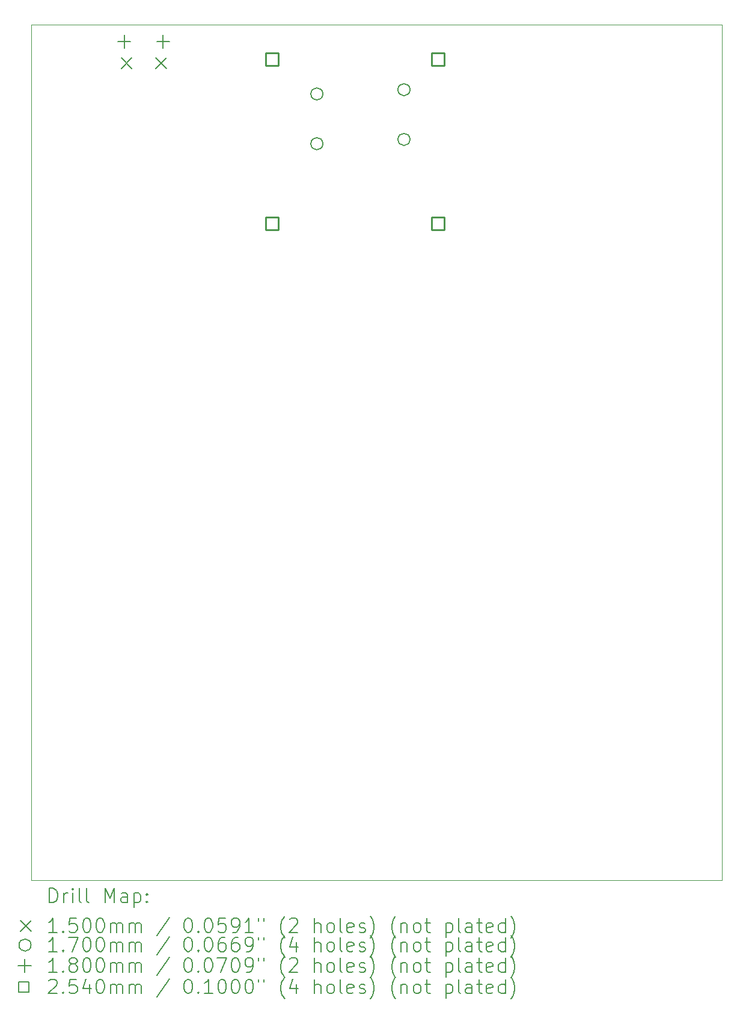
<source format=gbr>
%TF.GenerationSoftware,KiCad,Pcbnew,8.0.3*%
%TF.CreationDate,2024-07-12T18:26:02-05:00*%
%TF.ProjectId,controller,636f6e74-726f-46c6-9c65-722e6b696361,rev?*%
%TF.SameCoordinates,Original*%
%TF.FileFunction,Drillmap*%
%TF.FilePolarity,Positive*%
%FSLAX45Y45*%
G04 Gerber Fmt 4.5, Leading zero omitted, Abs format (unit mm)*
G04 Created by KiCad (PCBNEW 8.0.3) date 2024-07-12 18:26:02*
%MOMM*%
%LPD*%
G01*
G04 APERTURE LIST*
%ADD10C,0.050000*%
%ADD11C,0.200000*%
%ADD12C,0.150000*%
%ADD13C,0.170000*%
%ADD14C,0.180000*%
%ADD15C,0.254000*%
G04 APERTURE END LIST*
D10*
X6395000Y-2085000D02*
X16125000Y-2085000D01*
X16125000Y-14125000D01*
X6395000Y-14125000D01*
X6395000Y-2085000D01*
D11*
D12*
X7661500Y-2551000D02*
X7811500Y-2701000D01*
X7811500Y-2551000D02*
X7661500Y-2701000D01*
X8146500Y-2551000D02*
X8296500Y-2701000D01*
X8296500Y-2551000D02*
X8146500Y-2701000D01*
D13*
X10503200Y-3060000D02*
G75*
G02*
X10333200Y-3060000I-85000J0D01*
G01*
X10333200Y-3060000D02*
G75*
G02*
X10503200Y-3060000I85000J0D01*
G01*
X10503200Y-3760000D02*
G75*
G02*
X10333200Y-3760000I-85000J0D01*
G01*
X10333200Y-3760000D02*
G75*
G02*
X10503200Y-3760000I85000J0D01*
G01*
X11730000Y-3000000D02*
G75*
G02*
X11560000Y-3000000I-85000J0D01*
G01*
X11560000Y-3000000D02*
G75*
G02*
X11730000Y-3000000I85000J0D01*
G01*
X11730000Y-3700000D02*
G75*
G02*
X11560000Y-3700000I-85000J0D01*
G01*
X11560000Y-3700000D02*
G75*
G02*
X11730000Y-3700000I85000J0D01*
G01*
D14*
X7706500Y-2233000D02*
X7706500Y-2413000D01*
X7616500Y-2323000D02*
X7796500Y-2323000D01*
X8251500Y-2233000D02*
X8251500Y-2413000D01*
X8161500Y-2323000D02*
X8341500Y-2323000D01*
D15*
X9873003Y-2664803D02*
X9873003Y-2485197D01*
X9693397Y-2485197D01*
X9693397Y-2664803D01*
X9873003Y-2664803D01*
X9873003Y-4976203D02*
X9873003Y-4796597D01*
X9693397Y-4796597D01*
X9693397Y-4976203D01*
X9873003Y-4976203D01*
X12209803Y-2664803D02*
X12209803Y-2485197D01*
X12030197Y-2485197D01*
X12030197Y-2664803D01*
X12209803Y-2664803D01*
X12209803Y-4976203D02*
X12209803Y-4796597D01*
X12030197Y-4796597D01*
X12030197Y-4976203D01*
X12209803Y-4976203D01*
D11*
X6653277Y-14438984D02*
X6653277Y-14238984D01*
X6653277Y-14238984D02*
X6700896Y-14238984D01*
X6700896Y-14238984D02*
X6729467Y-14248508D01*
X6729467Y-14248508D02*
X6748515Y-14267555D01*
X6748515Y-14267555D02*
X6758039Y-14286603D01*
X6758039Y-14286603D02*
X6767562Y-14324698D01*
X6767562Y-14324698D02*
X6767562Y-14353269D01*
X6767562Y-14353269D02*
X6758039Y-14391365D01*
X6758039Y-14391365D02*
X6748515Y-14410412D01*
X6748515Y-14410412D02*
X6729467Y-14429460D01*
X6729467Y-14429460D02*
X6700896Y-14438984D01*
X6700896Y-14438984D02*
X6653277Y-14438984D01*
X6853277Y-14438984D02*
X6853277Y-14305650D01*
X6853277Y-14343746D02*
X6862801Y-14324698D01*
X6862801Y-14324698D02*
X6872324Y-14315174D01*
X6872324Y-14315174D02*
X6891372Y-14305650D01*
X6891372Y-14305650D02*
X6910420Y-14305650D01*
X6977086Y-14438984D02*
X6977086Y-14305650D01*
X6977086Y-14238984D02*
X6967562Y-14248508D01*
X6967562Y-14248508D02*
X6977086Y-14258031D01*
X6977086Y-14258031D02*
X6986610Y-14248508D01*
X6986610Y-14248508D02*
X6977086Y-14238984D01*
X6977086Y-14238984D02*
X6977086Y-14258031D01*
X7100896Y-14438984D02*
X7081848Y-14429460D01*
X7081848Y-14429460D02*
X7072324Y-14410412D01*
X7072324Y-14410412D02*
X7072324Y-14238984D01*
X7205658Y-14438984D02*
X7186610Y-14429460D01*
X7186610Y-14429460D02*
X7177086Y-14410412D01*
X7177086Y-14410412D02*
X7177086Y-14238984D01*
X7434229Y-14438984D02*
X7434229Y-14238984D01*
X7434229Y-14238984D02*
X7500896Y-14381841D01*
X7500896Y-14381841D02*
X7567562Y-14238984D01*
X7567562Y-14238984D02*
X7567562Y-14438984D01*
X7748515Y-14438984D02*
X7748515Y-14334222D01*
X7748515Y-14334222D02*
X7738991Y-14315174D01*
X7738991Y-14315174D02*
X7719943Y-14305650D01*
X7719943Y-14305650D02*
X7681848Y-14305650D01*
X7681848Y-14305650D02*
X7662801Y-14315174D01*
X7748515Y-14429460D02*
X7729467Y-14438984D01*
X7729467Y-14438984D02*
X7681848Y-14438984D01*
X7681848Y-14438984D02*
X7662801Y-14429460D01*
X7662801Y-14429460D02*
X7653277Y-14410412D01*
X7653277Y-14410412D02*
X7653277Y-14391365D01*
X7653277Y-14391365D02*
X7662801Y-14372317D01*
X7662801Y-14372317D02*
X7681848Y-14362793D01*
X7681848Y-14362793D02*
X7729467Y-14362793D01*
X7729467Y-14362793D02*
X7748515Y-14353269D01*
X7843753Y-14305650D02*
X7843753Y-14505650D01*
X7843753Y-14315174D02*
X7862801Y-14305650D01*
X7862801Y-14305650D02*
X7900896Y-14305650D01*
X7900896Y-14305650D02*
X7919943Y-14315174D01*
X7919943Y-14315174D02*
X7929467Y-14324698D01*
X7929467Y-14324698D02*
X7938991Y-14343746D01*
X7938991Y-14343746D02*
X7938991Y-14400888D01*
X7938991Y-14400888D02*
X7929467Y-14419936D01*
X7929467Y-14419936D02*
X7919943Y-14429460D01*
X7919943Y-14429460D02*
X7900896Y-14438984D01*
X7900896Y-14438984D02*
X7862801Y-14438984D01*
X7862801Y-14438984D02*
X7843753Y-14429460D01*
X8024705Y-14419936D02*
X8034229Y-14429460D01*
X8034229Y-14429460D02*
X8024705Y-14438984D01*
X8024705Y-14438984D02*
X8015182Y-14429460D01*
X8015182Y-14429460D02*
X8024705Y-14419936D01*
X8024705Y-14419936D02*
X8024705Y-14438984D01*
X8024705Y-14315174D02*
X8034229Y-14324698D01*
X8034229Y-14324698D02*
X8024705Y-14334222D01*
X8024705Y-14334222D02*
X8015182Y-14324698D01*
X8015182Y-14324698D02*
X8024705Y-14315174D01*
X8024705Y-14315174D02*
X8024705Y-14334222D01*
D12*
X6242500Y-14692500D02*
X6392500Y-14842500D01*
X6392500Y-14692500D02*
X6242500Y-14842500D01*
D11*
X6758039Y-14858984D02*
X6643753Y-14858984D01*
X6700896Y-14858984D02*
X6700896Y-14658984D01*
X6700896Y-14658984D02*
X6681848Y-14687555D01*
X6681848Y-14687555D02*
X6662801Y-14706603D01*
X6662801Y-14706603D02*
X6643753Y-14716127D01*
X6843753Y-14839936D02*
X6853277Y-14849460D01*
X6853277Y-14849460D02*
X6843753Y-14858984D01*
X6843753Y-14858984D02*
X6834229Y-14849460D01*
X6834229Y-14849460D02*
X6843753Y-14839936D01*
X6843753Y-14839936D02*
X6843753Y-14858984D01*
X7034229Y-14658984D02*
X6938991Y-14658984D01*
X6938991Y-14658984D02*
X6929467Y-14754222D01*
X6929467Y-14754222D02*
X6938991Y-14744698D01*
X6938991Y-14744698D02*
X6958039Y-14735174D01*
X6958039Y-14735174D02*
X7005658Y-14735174D01*
X7005658Y-14735174D02*
X7024705Y-14744698D01*
X7024705Y-14744698D02*
X7034229Y-14754222D01*
X7034229Y-14754222D02*
X7043753Y-14773269D01*
X7043753Y-14773269D02*
X7043753Y-14820888D01*
X7043753Y-14820888D02*
X7034229Y-14839936D01*
X7034229Y-14839936D02*
X7024705Y-14849460D01*
X7024705Y-14849460D02*
X7005658Y-14858984D01*
X7005658Y-14858984D02*
X6958039Y-14858984D01*
X6958039Y-14858984D02*
X6938991Y-14849460D01*
X6938991Y-14849460D02*
X6929467Y-14839936D01*
X7167562Y-14658984D02*
X7186610Y-14658984D01*
X7186610Y-14658984D02*
X7205658Y-14668508D01*
X7205658Y-14668508D02*
X7215182Y-14678031D01*
X7215182Y-14678031D02*
X7224705Y-14697079D01*
X7224705Y-14697079D02*
X7234229Y-14735174D01*
X7234229Y-14735174D02*
X7234229Y-14782793D01*
X7234229Y-14782793D02*
X7224705Y-14820888D01*
X7224705Y-14820888D02*
X7215182Y-14839936D01*
X7215182Y-14839936D02*
X7205658Y-14849460D01*
X7205658Y-14849460D02*
X7186610Y-14858984D01*
X7186610Y-14858984D02*
X7167562Y-14858984D01*
X7167562Y-14858984D02*
X7148515Y-14849460D01*
X7148515Y-14849460D02*
X7138991Y-14839936D01*
X7138991Y-14839936D02*
X7129467Y-14820888D01*
X7129467Y-14820888D02*
X7119943Y-14782793D01*
X7119943Y-14782793D02*
X7119943Y-14735174D01*
X7119943Y-14735174D02*
X7129467Y-14697079D01*
X7129467Y-14697079D02*
X7138991Y-14678031D01*
X7138991Y-14678031D02*
X7148515Y-14668508D01*
X7148515Y-14668508D02*
X7167562Y-14658984D01*
X7358039Y-14658984D02*
X7377086Y-14658984D01*
X7377086Y-14658984D02*
X7396134Y-14668508D01*
X7396134Y-14668508D02*
X7405658Y-14678031D01*
X7405658Y-14678031D02*
X7415182Y-14697079D01*
X7415182Y-14697079D02*
X7424705Y-14735174D01*
X7424705Y-14735174D02*
X7424705Y-14782793D01*
X7424705Y-14782793D02*
X7415182Y-14820888D01*
X7415182Y-14820888D02*
X7405658Y-14839936D01*
X7405658Y-14839936D02*
X7396134Y-14849460D01*
X7396134Y-14849460D02*
X7377086Y-14858984D01*
X7377086Y-14858984D02*
X7358039Y-14858984D01*
X7358039Y-14858984D02*
X7338991Y-14849460D01*
X7338991Y-14849460D02*
X7329467Y-14839936D01*
X7329467Y-14839936D02*
X7319943Y-14820888D01*
X7319943Y-14820888D02*
X7310420Y-14782793D01*
X7310420Y-14782793D02*
X7310420Y-14735174D01*
X7310420Y-14735174D02*
X7319943Y-14697079D01*
X7319943Y-14697079D02*
X7329467Y-14678031D01*
X7329467Y-14678031D02*
X7338991Y-14668508D01*
X7338991Y-14668508D02*
X7358039Y-14658984D01*
X7510420Y-14858984D02*
X7510420Y-14725650D01*
X7510420Y-14744698D02*
X7519943Y-14735174D01*
X7519943Y-14735174D02*
X7538991Y-14725650D01*
X7538991Y-14725650D02*
X7567563Y-14725650D01*
X7567563Y-14725650D02*
X7586610Y-14735174D01*
X7586610Y-14735174D02*
X7596134Y-14754222D01*
X7596134Y-14754222D02*
X7596134Y-14858984D01*
X7596134Y-14754222D02*
X7605658Y-14735174D01*
X7605658Y-14735174D02*
X7624705Y-14725650D01*
X7624705Y-14725650D02*
X7653277Y-14725650D01*
X7653277Y-14725650D02*
X7672324Y-14735174D01*
X7672324Y-14735174D02*
X7681848Y-14754222D01*
X7681848Y-14754222D02*
X7681848Y-14858984D01*
X7777086Y-14858984D02*
X7777086Y-14725650D01*
X7777086Y-14744698D02*
X7786610Y-14735174D01*
X7786610Y-14735174D02*
X7805658Y-14725650D01*
X7805658Y-14725650D02*
X7834229Y-14725650D01*
X7834229Y-14725650D02*
X7853277Y-14735174D01*
X7853277Y-14735174D02*
X7862801Y-14754222D01*
X7862801Y-14754222D02*
X7862801Y-14858984D01*
X7862801Y-14754222D02*
X7872324Y-14735174D01*
X7872324Y-14735174D02*
X7891372Y-14725650D01*
X7891372Y-14725650D02*
X7919943Y-14725650D01*
X7919943Y-14725650D02*
X7938991Y-14735174D01*
X7938991Y-14735174D02*
X7948515Y-14754222D01*
X7948515Y-14754222D02*
X7948515Y-14858984D01*
X8338991Y-14649460D02*
X8167563Y-14906603D01*
X8596134Y-14658984D02*
X8615182Y-14658984D01*
X8615182Y-14658984D02*
X8634229Y-14668508D01*
X8634229Y-14668508D02*
X8643753Y-14678031D01*
X8643753Y-14678031D02*
X8653277Y-14697079D01*
X8653277Y-14697079D02*
X8662801Y-14735174D01*
X8662801Y-14735174D02*
X8662801Y-14782793D01*
X8662801Y-14782793D02*
X8653277Y-14820888D01*
X8653277Y-14820888D02*
X8643753Y-14839936D01*
X8643753Y-14839936D02*
X8634229Y-14849460D01*
X8634229Y-14849460D02*
X8615182Y-14858984D01*
X8615182Y-14858984D02*
X8596134Y-14858984D01*
X8596134Y-14858984D02*
X8577087Y-14849460D01*
X8577087Y-14849460D02*
X8567563Y-14839936D01*
X8567563Y-14839936D02*
X8558039Y-14820888D01*
X8558039Y-14820888D02*
X8548515Y-14782793D01*
X8548515Y-14782793D02*
X8548515Y-14735174D01*
X8548515Y-14735174D02*
X8558039Y-14697079D01*
X8558039Y-14697079D02*
X8567563Y-14678031D01*
X8567563Y-14678031D02*
X8577087Y-14668508D01*
X8577087Y-14668508D02*
X8596134Y-14658984D01*
X8748515Y-14839936D02*
X8758039Y-14849460D01*
X8758039Y-14849460D02*
X8748515Y-14858984D01*
X8748515Y-14858984D02*
X8738991Y-14849460D01*
X8738991Y-14849460D02*
X8748515Y-14839936D01*
X8748515Y-14839936D02*
X8748515Y-14858984D01*
X8881848Y-14658984D02*
X8900896Y-14658984D01*
X8900896Y-14658984D02*
X8919944Y-14668508D01*
X8919944Y-14668508D02*
X8929468Y-14678031D01*
X8929468Y-14678031D02*
X8938991Y-14697079D01*
X8938991Y-14697079D02*
X8948515Y-14735174D01*
X8948515Y-14735174D02*
X8948515Y-14782793D01*
X8948515Y-14782793D02*
X8938991Y-14820888D01*
X8938991Y-14820888D02*
X8929468Y-14839936D01*
X8929468Y-14839936D02*
X8919944Y-14849460D01*
X8919944Y-14849460D02*
X8900896Y-14858984D01*
X8900896Y-14858984D02*
X8881848Y-14858984D01*
X8881848Y-14858984D02*
X8862801Y-14849460D01*
X8862801Y-14849460D02*
X8853277Y-14839936D01*
X8853277Y-14839936D02*
X8843753Y-14820888D01*
X8843753Y-14820888D02*
X8834229Y-14782793D01*
X8834229Y-14782793D02*
X8834229Y-14735174D01*
X8834229Y-14735174D02*
X8843753Y-14697079D01*
X8843753Y-14697079D02*
X8853277Y-14678031D01*
X8853277Y-14678031D02*
X8862801Y-14668508D01*
X8862801Y-14668508D02*
X8881848Y-14658984D01*
X9129468Y-14658984D02*
X9034229Y-14658984D01*
X9034229Y-14658984D02*
X9024706Y-14754222D01*
X9024706Y-14754222D02*
X9034229Y-14744698D01*
X9034229Y-14744698D02*
X9053277Y-14735174D01*
X9053277Y-14735174D02*
X9100896Y-14735174D01*
X9100896Y-14735174D02*
X9119944Y-14744698D01*
X9119944Y-14744698D02*
X9129468Y-14754222D01*
X9129468Y-14754222D02*
X9138991Y-14773269D01*
X9138991Y-14773269D02*
X9138991Y-14820888D01*
X9138991Y-14820888D02*
X9129468Y-14839936D01*
X9129468Y-14839936D02*
X9119944Y-14849460D01*
X9119944Y-14849460D02*
X9100896Y-14858984D01*
X9100896Y-14858984D02*
X9053277Y-14858984D01*
X9053277Y-14858984D02*
X9034229Y-14849460D01*
X9034229Y-14849460D02*
X9024706Y-14839936D01*
X9234229Y-14858984D02*
X9272325Y-14858984D01*
X9272325Y-14858984D02*
X9291372Y-14849460D01*
X9291372Y-14849460D02*
X9300896Y-14839936D01*
X9300896Y-14839936D02*
X9319944Y-14811365D01*
X9319944Y-14811365D02*
X9329468Y-14773269D01*
X9329468Y-14773269D02*
X9329468Y-14697079D01*
X9329468Y-14697079D02*
X9319944Y-14678031D01*
X9319944Y-14678031D02*
X9310420Y-14668508D01*
X9310420Y-14668508D02*
X9291372Y-14658984D01*
X9291372Y-14658984D02*
X9253277Y-14658984D01*
X9253277Y-14658984D02*
X9234229Y-14668508D01*
X9234229Y-14668508D02*
X9224706Y-14678031D01*
X9224706Y-14678031D02*
X9215182Y-14697079D01*
X9215182Y-14697079D02*
X9215182Y-14744698D01*
X9215182Y-14744698D02*
X9224706Y-14763746D01*
X9224706Y-14763746D02*
X9234229Y-14773269D01*
X9234229Y-14773269D02*
X9253277Y-14782793D01*
X9253277Y-14782793D02*
X9291372Y-14782793D01*
X9291372Y-14782793D02*
X9310420Y-14773269D01*
X9310420Y-14773269D02*
X9319944Y-14763746D01*
X9319944Y-14763746D02*
X9329468Y-14744698D01*
X9519944Y-14858984D02*
X9405658Y-14858984D01*
X9462801Y-14858984D02*
X9462801Y-14658984D01*
X9462801Y-14658984D02*
X9443753Y-14687555D01*
X9443753Y-14687555D02*
X9424706Y-14706603D01*
X9424706Y-14706603D02*
X9405658Y-14716127D01*
X9596134Y-14658984D02*
X9596134Y-14697079D01*
X9672325Y-14658984D02*
X9672325Y-14697079D01*
X9967563Y-14935174D02*
X9958039Y-14925650D01*
X9958039Y-14925650D02*
X9938991Y-14897079D01*
X9938991Y-14897079D02*
X9929468Y-14878031D01*
X9929468Y-14878031D02*
X9919944Y-14849460D01*
X9919944Y-14849460D02*
X9910420Y-14801841D01*
X9910420Y-14801841D02*
X9910420Y-14763746D01*
X9910420Y-14763746D02*
X9919944Y-14716127D01*
X9919944Y-14716127D02*
X9929468Y-14687555D01*
X9929468Y-14687555D02*
X9938991Y-14668508D01*
X9938991Y-14668508D02*
X9958039Y-14639936D01*
X9958039Y-14639936D02*
X9967563Y-14630412D01*
X10034230Y-14678031D02*
X10043753Y-14668508D01*
X10043753Y-14668508D02*
X10062801Y-14658984D01*
X10062801Y-14658984D02*
X10110420Y-14658984D01*
X10110420Y-14658984D02*
X10129468Y-14668508D01*
X10129468Y-14668508D02*
X10138991Y-14678031D01*
X10138991Y-14678031D02*
X10148515Y-14697079D01*
X10148515Y-14697079D02*
X10148515Y-14716127D01*
X10148515Y-14716127D02*
X10138991Y-14744698D01*
X10138991Y-14744698D02*
X10024706Y-14858984D01*
X10024706Y-14858984D02*
X10148515Y-14858984D01*
X10386611Y-14858984D02*
X10386611Y-14658984D01*
X10472325Y-14858984D02*
X10472325Y-14754222D01*
X10472325Y-14754222D02*
X10462801Y-14735174D01*
X10462801Y-14735174D02*
X10443753Y-14725650D01*
X10443753Y-14725650D02*
X10415182Y-14725650D01*
X10415182Y-14725650D02*
X10396134Y-14735174D01*
X10396134Y-14735174D02*
X10386611Y-14744698D01*
X10596134Y-14858984D02*
X10577087Y-14849460D01*
X10577087Y-14849460D02*
X10567563Y-14839936D01*
X10567563Y-14839936D02*
X10558039Y-14820888D01*
X10558039Y-14820888D02*
X10558039Y-14763746D01*
X10558039Y-14763746D02*
X10567563Y-14744698D01*
X10567563Y-14744698D02*
X10577087Y-14735174D01*
X10577087Y-14735174D02*
X10596134Y-14725650D01*
X10596134Y-14725650D02*
X10624706Y-14725650D01*
X10624706Y-14725650D02*
X10643753Y-14735174D01*
X10643753Y-14735174D02*
X10653277Y-14744698D01*
X10653277Y-14744698D02*
X10662801Y-14763746D01*
X10662801Y-14763746D02*
X10662801Y-14820888D01*
X10662801Y-14820888D02*
X10653277Y-14839936D01*
X10653277Y-14839936D02*
X10643753Y-14849460D01*
X10643753Y-14849460D02*
X10624706Y-14858984D01*
X10624706Y-14858984D02*
X10596134Y-14858984D01*
X10777087Y-14858984D02*
X10758039Y-14849460D01*
X10758039Y-14849460D02*
X10748515Y-14830412D01*
X10748515Y-14830412D02*
X10748515Y-14658984D01*
X10929468Y-14849460D02*
X10910420Y-14858984D01*
X10910420Y-14858984D02*
X10872325Y-14858984D01*
X10872325Y-14858984D02*
X10853277Y-14849460D01*
X10853277Y-14849460D02*
X10843753Y-14830412D01*
X10843753Y-14830412D02*
X10843753Y-14754222D01*
X10843753Y-14754222D02*
X10853277Y-14735174D01*
X10853277Y-14735174D02*
X10872325Y-14725650D01*
X10872325Y-14725650D02*
X10910420Y-14725650D01*
X10910420Y-14725650D02*
X10929468Y-14735174D01*
X10929468Y-14735174D02*
X10938992Y-14754222D01*
X10938992Y-14754222D02*
X10938992Y-14773269D01*
X10938992Y-14773269D02*
X10843753Y-14792317D01*
X11015182Y-14849460D02*
X11034230Y-14858984D01*
X11034230Y-14858984D02*
X11072325Y-14858984D01*
X11072325Y-14858984D02*
X11091373Y-14849460D01*
X11091373Y-14849460D02*
X11100896Y-14830412D01*
X11100896Y-14830412D02*
X11100896Y-14820888D01*
X11100896Y-14820888D02*
X11091373Y-14801841D01*
X11091373Y-14801841D02*
X11072325Y-14792317D01*
X11072325Y-14792317D02*
X11043753Y-14792317D01*
X11043753Y-14792317D02*
X11024706Y-14782793D01*
X11024706Y-14782793D02*
X11015182Y-14763746D01*
X11015182Y-14763746D02*
X11015182Y-14754222D01*
X11015182Y-14754222D02*
X11024706Y-14735174D01*
X11024706Y-14735174D02*
X11043753Y-14725650D01*
X11043753Y-14725650D02*
X11072325Y-14725650D01*
X11072325Y-14725650D02*
X11091373Y-14735174D01*
X11167563Y-14935174D02*
X11177087Y-14925650D01*
X11177087Y-14925650D02*
X11196134Y-14897079D01*
X11196134Y-14897079D02*
X11205658Y-14878031D01*
X11205658Y-14878031D02*
X11215182Y-14849460D01*
X11215182Y-14849460D02*
X11224706Y-14801841D01*
X11224706Y-14801841D02*
X11224706Y-14763746D01*
X11224706Y-14763746D02*
X11215182Y-14716127D01*
X11215182Y-14716127D02*
X11205658Y-14687555D01*
X11205658Y-14687555D02*
X11196134Y-14668508D01*
X11196134Y-14668508D02*
X11177087Y-14639936D01*
X11177087Y-14639936D02*
X11167563Y-14630412D01*
X11529468Y-14935174D02*
X11519944Y-14925650D01*
X11519944Y-14925650D02*
X11500896Y-14897079D01*
X11500896Y-14897079D02*
X11491372Y-14878031D01*
X11491372Y-14878031D02*
X11481849Y-14849460D01*
X11481849Y-14849460D02*
X11472325Y-14801841D01*
X11472325Y-14801841D02*
X11472325Y-14763746D01*
X11472325Y-14763746D02*
X11481849Y-14716127D01*
X11481849Y-14716127D02*
X11491372Y-14687555D01*
X11491372Y-14687555D02*
X11500896Y-14668508D01*
X11500896Y-14668508D02*
X11519944Y-14639936D01*
X11519944Y-14639936D02*
X11529468Y-14630412D01*
X11605658Y-14725650D02*
X11605658Y-14858984D01*
X11605658Y-14744698D02*
X11615182Y-14735174D01*
X11615182Y-14735174D02*
X11634230Y-14725650D01*
X11634230Y-14725650D02*
X11662801Y-14725650D01*
X11662801Y-14725650D02*
X11681849Y-14735174D01*
X11681849Y-14735174D02*
X11691372Y-14754222D01*
X11691372Y-14754222D02*
X11691372Y-14858984D01*
X11815182Y-14858984D02*
X11796134Y-14849460D01*
X11796134Y-14849460D02*
X11786611Y-14839936D01*
X11786611Y-14839936D02*
X11777087Y-14820888D01*
X11777087Y-14820888D02*
X11777087Y-14763746D01*
X11777087Y-14763746D02*
X11786611Y-14744698D01*
X11786611Y-14744698D02*
X11796134Y-14735174D01*
X11796134Y-14735174D02*
X11815182Y-14725650D01*
X11815182Y-14725650D02*
X11843753Y-14725650D01*
X11843753Y-14725650D02*
X11862801Y-14735174D01*
X11862801Y-14735174D02*
X11872325Y-14744698D01*
X11872325Y-14744698D02*
X11881849Y-14763746D01*
X11881849Y-14763746D02*
X11881849Y-14820888D01*
X11881849Y-14820888D02*
X11872325Y-14839936D01*
X11872325Y-14839936D02*
X11862801Y-14849460D01*
X11862801Y-14849460D02*
X11843753Y-14858984D01*
X11843753Y-14858984D02*
X11815182Y-14858984D01*
X11938992Y-14725650D02*
X12015182Y-14725650D01*
X11967563Y-14658984D02*
X11967563Y-14830412D01*
X11967563Y-14830412D02*
X11977087Y-14849460D01*
X11977087Y-14849460D02*
X11996134Y-14858984D01*
X11996134Y-14858984D02*
X12015182Y-14858984D01*
X12234230Y-14725650D02*
X12234230Y-14925650D01*
X12234230Y-14735174D02*
X12253277Y-14725650D01*
X12253277Y-14725650D02*
X12291373Y-14725650D01*
X12291373Y-14725650D02*
X12310420Y-14735174D01*
X12310420Y-14735174D02*
X12319944Y-14744698D01*
X12319944Y-14744698D02*
X12329468Y-14763746D01*
X12329468Y-14763746D02*
X12329468Y-14820888D01*
X12329468Y-14820888D02*
X12319944Y-14839936D01*
X12319944Y-14839936D02*
X12310420Y-14849460D01*
X12310420Y-14849460D02*
X12291373Y-14858984D01*
X12291373Y-14858984D02*
X12253277Y-14858984D01*
X12253277Y-14858984D02*
X12234230Y-14849460D01*
X12443753Y-14858984D02*
X12424706Y-14849460D01*
X12424706Y-14849460D02*
X12415182Y-14830412D01*
X12415182Y-14830412D02*
X12415182Y-14658984D01*
X12605658Y-14858984D02*
X12605658Y-14754222D01*
X12605658Y-14754222D02*
X12596134Y-14735174D01*
X12596134Y-14735174D02*
X12577087Y-14725650D01*
X12577087Y-14725650D02*
X12538992Y-14725650D01*
X12538992Y-14725650D02*
X12519944Y-14735174D01*
X12605658Y-14849460D02*
X12586611Y-14858984D01*
X12586611Y-14858984D02*
X12538992Y-14858984D01*
X12538992Y-14858984D02*
X12519944Y-14849460D01*
X12519944Y-14849460D02*
X12510420Y-14830412D01*
X12510420Y-14830412D02*
X12510420Y-14811365D01*
X12510420Y-14811365D02*
X12519944Y-14792317D01*
X12519944Y-14792317D02*
X12538992Y-14782793D01*
X12538992Y-14782793D02*
X12586611Y-14782793D01*
X12586611Y-14782793D02*
X12605658Y-14773269D01*
X12672325Y-14725650D02*
X12748515Y-14725650D01*
X12700896Y-14658984D02*
X12700896Y-14830412D01*
X12700896Y-14830412D02*
X12710420Y-14849460D01*
X12710420Y-14849460D02*
X12729468Y-14858984D01*
X12729468Y-14858984D02*
X12748515Y-14858984D01*
X12891373Y-14849460D02*
X12872325Y-14858984D01*
X12872325Y-14858984D02*
X12834230Y-14858984D01*
X12834230Y-14858984D02*
X12815182Y-14849460D01*
X12815182Y-14849460D02*
X12805658Y-14830412D01*
X12805658Y-14830412D02*
X12805658Y-14754222D01*
X12805658Y-14754222D02*
X12815182Y-14735174D01*
X12815182Y-14735174D02*
X12834230Y-14725650D01*
X12834230Y-14725650D02*
X12872325Y-14725650D01*
X12872325Y-14725650D02*
X12891373Y-14735174D01*
X12891373Y-14735174D02*
X12900896Y-14754222D01*
X12900896Y-14754222D02*
X12900896Y-14773269D01*
X12900896Y-14773269D02*
X12805658Y-14792317D01*
X13072325Y-14858984D02*
X13072325Y-14658984D01*
X13072325Y-14849460D02*
X13053277Y-14858984D01*
X13053277Y-14858984D02*
X13015182Y-14858984D01*
X13015182Y-14858984D02*
X12996134Y-14849460D01*
X12996134Y-14849460D02*
X12986611Y-14839936D01*
X12986611Y-14839936D02*
X12977087Y-14820888D01*
X12977087Y-14820888D02*
X12977087Y-14763746D01*
X12977087Y-14763746D02*
X12986611Y-14744698D01*
X12986611Y-14744698D02*
X12996134Y-14735174D01*
X12996134Y-14735174D02*
X13015182Y-14725650D01*
X13015182Y-14725650D02*
X13053277Y-14725650D01*
X13053277Y-14725650D02*
X13072325Y-14735174D01*
X13148515Y-14935174D02*
X13158039Y-14925650D01*
X13158039Y-14925650D02*
X13177087Y-14897079D01*
X13177087Y-14897079D02*
X13186611Y-14878031D01*
X13186611Y-14878031D02*
X13196134Y-14849460D01*
X13196134Y-14849460D02*
X13205658Y-14801841D01*
X13205658Y-14801841D02*
X13205658Y-14763746D01*
X13205658Y-14763746D02*
X13196134Y-14716127D01*
X13196134Y-14716127D02*
X13186611Y-14687555D01*
X13186611Y-14687555D02*
X13177087Y-14668508D01*
X13177087Y-14668508D02*
X13158039Y-14639936D01*
X13158039Y-14639936D02*
X13148515Y-14630412D01*
D13*
X6392500Y-15037500D02*
G75*
G02*
X6222500Y-15037500I-85000J0D01*
G01*
X6222500Y-15037500D02*
G75*
G02*
X6392500Y-15037500I85000J0D01*
G01*
D11*
X6758039Y-15128984D02*
X6643753Y-15128984D01*
X6700896Y-15128984D02*
X6700896Y-14928984D01*
X6700896Y-14928984D02*
X6681848Y-14957555D01*
X6681848Y-14957555D02*
X6662801Y-14976603D01*
X6662801Y-14976603D02*
X6643753Y-14986127D01*
X6843753Y-15109936D02*
X6853277Y-15119460D01*
X6853277Y-15119460D02*
X6843753Y-15128984D01*
X6843753Y-15128984D02*
X6834229Y-15119460D01*
X6834229Y-15119460D02*
X6843753Y-15109936D01*
X6843753Y-15109936D02*
X6843753Y-15128984D01*
X6919943Y-14928984D02*
X7053277Y-14928984D01*
X7053277Y-14928984D02*
X6967562Y-15128984D01*
X7167562Y-14928984D02*
X7186610Y-14928984D01*
X7186610Y-14928984D02*
X7205658Y-14938508D01*
X7205658Y-14938508D02*
X7215182Y-14948031D01*
X7215182Y-14948031D02*
X7224705Y-14967079D01*
X7224705Y-14967079D02*
X7234229Y-15005174D01*
X7234229Y-15005174D02*
X7234229Y-15052793D01*
X7234229Y-15052793D02*
X7224705Y-15090888D01*
X7224705Y-15090888D02*
X7215182Y-15109936D01*
X7215182Y-15109936D02*
X7205658Y-15119460D01*
X7205658Y-15119460D02*
X7186610Y-15128984D01*
X7186610Y-15128984D02*
X7167562Y-15128984D01*
X7167562Y-15128984D02*
X7148515Y-15119460D01*
X7148515Y-15119460D02*
X7138991Y-15109936D01*
X7138991Y-15109936D02*
X7129467Y-15090888D01*
X7129467Y-15090888D02*
X7119943Y-15052793D01*
X7119943Y-15052793D02*
X7119943Y-15005174D01*
X7119943Y-15005174D02*
X7129467Y-14967079D01*
X7129467Y-14967079D02*
X7138991Y-14948031D01*
X7138991Y-14948031D02*
X7148515Y-14938508D01*
X7148515Y-14938508D02*
X7167562Y-14928984D01*
X7358039Y-14928984D02*
X7377086Y-14928984D01*
X7377086Y-14928984D02*
X7396134Y-14938508D01*
X7396134Y-14938508D02*
X7405658Y-14948031D01*
X7405658Y-14948031D02*
X7415182Y-14967079D01*
X7415182Y-14967079D02*
X7424705Y-15005174D01*
X7424705Y-15005174D02*
X7424705Y-15052793D01*
X7424705Y-15052793D02*
X7415182Y-15090888D01*
X7415182Y-15090888D02*
X7405658Y-15109936D01*
X7405658Y-15109936D02*
X7396134Y-15119460D01*
X7396134Y-15119460D02*
X7377086Y-15128984D01*
X7377086Y-15128984D02*
X7358039Y-15128984D01*
X7358039Y-15128984D02*
X7338991Y-15119460D01*
X7338991Y-15119460D02*
X7329467Y-15109936D01*
X7329467Y-15109936D02*
X7319943Y-15090888D01*
X7319943Y-15090888D02*
X7310420Y-15052793D01*
X7310420Y-15052793D02*
X7310420Y-15005174D01*
X7310420Y-15005174D02*
X7319943Y-14967079D01*
X7319943Y-14967079D02*
X7329467Y-14948031D01*
X7329467Y-14948031D02*
X7338991Y-14938508D01*
X7338991Y-14938508D02*
X7358039Y-14928984D01*
X7510420Y-15128984D02*
X7510420Y-14995650D01*
X7510420Y-15014698D02*
X7519943Y-15005174D01*
X7519943Y-15005174D02*
X7538991Y-14995650D01*
X7538991Y-14995650D02*
X7567563Y-14995650D01*
X7567563Y-14995650D02*
X7586610Y-15005174D01*
X7586610Y-15005174D02*
X7596134Y-15024222D01*
X7596134Y-15024222D02*
X7596134Y-15128984D01*
X7596134Y-15024222D02*
X7605658Y-15005174D01*
X7605658Y-15005174D02*
X7624705Y-14995650D01*
X7624705Y-14995650D02*
X7653277Y-14995650D01*
X7653277Y-14995650D02*
X7672324Y-15005174D01*
X7672324Y-15005174D02*
X7681848Y-15024222D01*
X7681848Y-15024222D02*
X7681848Y-15128984D01*
X7777086Y-15128984D02*
X7777086Y-14995650D01*
X7777086Y-15014698D02*
X7786610Y-15005174D01*
X7786610Y-15005174D02*
X7805658Y-14995650D01*
X7805658Y-14995650D02*
X7834229Y-14995650D01*
X7834229Y-14995650D02*
X7853277Y-15005174D01*
X7853277Y-15005174D02*
X7862801Y-15024222D01*
X7862801Y-15024222D02*
X7862801Y-15128984D01*
X7862801Y-15024222D02*
X7872324Y-15005174D01*
X7872324Y-15005174D02*
X7891372Y-14995650D01*
X7891372Y-14995650D02*
X7919943Y-14995650D01*
X7919943Y-14995650D02*
X7938991Y-15005174D01*
X7938991Y-15005174D02*
X7948515Y-15024222D01*
X7948515Y-15024222D02*
X7948515Y-15128984D01*
X8338991Y-14919460D02*
X8167563Y-15176603D01*
X8596134Y-14928984D02*
X8615182Y-14928984D01*
X8615182Y-14928984D02*
X8634229Y-14938508D01*
X8634229Y-14938508D02*
X8643753Y-14948031D01*
X8643753Y-14948031D02*
X8653277Y-14967079D01*
X8653277Y-14967079D02*
X8662801Y-15005174D01*
X8662801Y-15005174D02*
X8662801Y-15052793D01*
X8662801Y-15052793D02*
X8653277Y-15090888D01*
X8653277Y-15090888D02*
X8643753Y-15109936D01*
X8643753Y-15109936D02*
X8634229Y-15119460D01*
X8634229Y-15119460D02*
X8615182Y-15128984D01*
X8615182Y-15128984D02*
X8596134Y-15128984D01*
X8596134Y-15128984D02*
X8577087Y-15119460D01*
X8577087Y-15119460D02*
X8567563Y-15109936D01*
X8567563Y-15109936D02*
X8558039Y-15090888D01*
X8558039Y-15090888D02*
X8548515Y-15052793D01*
X8548515Y-15052793D02*
X8548515Y-15005174D01*
X8548515Y-15005174D02*
X8558039Y-14967079D01*
X8558039Y-14967079D02*
X8567563Y-14948031D01*
X8567563Y-14948031D02*
X8577087Y-14938508D01*
X8577087Y-14938508D02*
X8596134Y-14928984D01*
X8748515Y-15109936D02*
X8758039Y-15119460D01*
X8758039Y-15119460D02*
X8748515Y-15128984D01*
X8748515Y-15128984D02*
X8738991Y-15119460D01*
X8738991Y-15119460D02*
X8748515Y-15109936D01*
X8748515Y-15109936D02*
X8748515Y-15128984D01*
X8881848Y-14928984D02*
X8900896Y-14928984D01*
X8900896Y-14928984D02*
X8919944Y-14938508D01*
X8919944Y-14938508D02*
X8929468Y-14948031D01*
X8929468Y-14948031D02*
X8938991Y-14967079D01*
X8938991Y-14967079D02*
X8948515Y-15005174D01*
X8948515Y-15005174D02*
X8948515Y-15052793D01*
X8948515Y-15052793D02*
X8938991Y-15090888D01*
X8938991Y-15090888D02*
X8929468Y-15109936D01*
X8929468Y-15109936D02*
X8919944Y-15119460D01*
X8919944Y-15119460D02*
X8900896Y-15128984D01*
X8900896Y-15128984D02*
X8881848Y-15128984D01*
X8881848Y-15128984D02*
X8862801Y-15119460D01*
X8862801Y-15119460D02*
X8853277Y-15109936D01*
X8853277Y-15109936D02*
X8843753Y-15090888D01*
X8843753Y-15090888D02*
X8834229Y-15052793D01*
X8834229Y-15052793D02*
X8834229Y-15005174D01*
X8834229Y-15005174D02*
X8843753Y-14967079D01*
X8843753Y-14967079D02*
X8853277Y-14948031D01*
X8853277Y-14948031D02*
X8862801Y-14938508D01*
X8862801Y-14938508D02*
X8881848Y-14928984D01*
X9119944Y-14928984D02*
X9081848Y-14928984D01*
X9081848Y-14928984D02*
X9062801Y-14938508D01*
X9062801Y-14938508D02*
X9053277Y-14948031D01*
X9053277Y-14948031D02*
X9034229Y-14976603D01*
X9034229Y-14976603D02*
X9024706Y-15014698D01*
X9024706Y-15014698D02*
X9024706Y-15090888D01*
X9024706Y-15090888D02*
X9034229Y-15109936D01*
X9034229Y-15109936D02*
X9043753Y-15119460D01*
X9043753Y-15119460D02*
X9062801Y-15128984D01*
X9062801Y-15128984D02*
X9100896Y-15128984D01*
X9100896Y-15128984D02*
X9119944Y-15119460D01*
X9119944Y-15119460D02*
X9129468Y-15109936D01*
X9129468Y-15109936D02*
X9138991Y-15090888D01*
X9138991Y-15090888D02*
X9138991Y-15043269D01*
X9138991Y-15043269D02*
X9129468Y-15024222D01*
X9129468Y-15024222D02*
X9119944Y-15014698D01*
X9119944Y-15014698D02*
X9100896Y-15005174D01*
X9100896Y-15005174D02*
X9062801Y-15005174D01*
X9062801Y-15005174D02*
X9043753Y-15014698D01*
X9043753Y-15014698D02*
X9034229Y-15024222D01*
X9034229Y-15024222D02*
X9024706Y-15043269D01*
X9310420Y-14928984D02*
X9272325Y-14928984D01*
X9272325Y-14928984D02*
X9253277Y-14938508D01*
X9253277Y-14938508D02*
X9243753Y-14948031D01*
X9243753Y-14948031D02*
X9224706Y-14976603D01*
X9224706Y-14976603D02*
X9215182Y-15014698D01*
X9215182Y-15014698D02*
X9215182Y-15090888D01*
X9215182Y-15090888D02*
X9224706Y-15109936D01*
X9224706Y-15109936D02*
X9234229Y-15119460D01*
X9234229Y-15119460D02*
X9253277Y-15128984D01*
X9253277Y-15128984D02*
X9291372Y-15128984D01*
X9291372Y-15128984D02*
X9310420Y-15119460D01*
X9310420Y-15119460D02*
X9319944Y-15109936D01*
X9319944Y-15109936D02*
X9329468Y-15090888D01*
X9329468Y-15090888D02*
X9329468Y-15043269D01*
X9329468Y-15043269D02*
X9319944Y-15024222D01*
X9319944Y-15024222D02*
X9310420Y-15014698D01*
X9310420Y-15014698D02*
X9291372Y-15005174D01*
X9291372Y-15005174D02*
X9253277Y-15005174D01*
X9253277Y-15005174D02*
X9234229Y-15014698D01*
X9234229Y-15014698D02*
X9224706Y-15024222D01*
X9224706Y-15024222D02*
X9215182Y-15043269D01*
X9424706Y-15128984D02*
X9462801Y-15128984D01*
X9462801Y-15128984D02*
X9481849Y-15119460D01*
X9481849Y-15119460D02*
X9491372Y-15109936D01*
X9491372Y-15109936D02*
X9510420Y-15081365D01*
X9510420Y-15081365D02*
X9519944Y-15043269D01*
X9519944Y-15043269D02*
X9519944Y-14967079D01*
X9519944Y-14967079D02*
X9510420Y-14948031D01*
X9510420Y-14948031D02*
X9500896Y-14938508D01*
X9500896Y-14938508D02*
X9481849Y-14928984D01*
X9481849Y-14928984D02*
X9443753Y-14928984D01*
X9443753Y-14928984D02*
X9424706Y-14938508D01*
X9424706Y-14938508D02*
X9415182Y-14948031D01*
X9415182Y-14948031D02*
X9405658Y-14967079D01*
X9405658Y-14967079D02*
X9405658Y-15014698D01*
X9405658Y-15014698D02*
X9415182Y-15033746D01*
X9415182Y-15033746D02*
X9424706Y-15043269D01*
X9424706Y-15043269D02*
X9443753Y-15052793D01*
X9443753Y-15052793D02*
X9481849Y-15052793D01*
X9481849Y-15052793D02*
X9500896Y-15043269D01*
X9500896Y-15043269D02*
X9510420Y-15033746D01*
X9510420Y-15033746D02*
X9519944Y-15014698D01*
X9596134Y-14928984D02*
X9596134Y-14967079D01*
X9672325Y-14928984D02*
X9672325Y-14967079D01*
X9967563Y-15205174D02*
X9958039Y-15195650D01*
X9958039Y-15195650D02*
X9938991Y-15167079D01*
X9938991Y-15167079D02*
X9929468Y-15148031D01*
X9929468Y-15148031D02*
X9919944Y-15119460D01*
X9919944Y-15119460D02*
X9910420Y-15071841D01*
X9910420Y-15071841D02*
X9910420Y-15033746D01*
X9910420Y-15033746D02*
X9919944Y-14986127D01*
X9919944Y-14986127D02*
X9929468Y-14957555D01*
X9929468Y-14957555D02*
X9938991Y-14938508D01*
X9938991Y-14938508D02*
X9958039Y-14909936D01*
X9958039Y-14909936D02*
X9967563Y-14900412D01*
X10129468Y-14995650D02*
X10129468Y-15128984D01*
X10081849Y-14919460D02*
X10034230Y-15062317D01*
X10034230Y-15062317D02*
X10158039Y-15062317D01*
X10386611Y-15128984D02*
X10386611Y-14928984D01*
X10472325Y-15128984D02*
X10472325Y-15024222D01*
X10472325Y-15024222D02*
X10462801Y-15005174D01*
X10462801Y-15005174D02*
X10443753Y-14995650D01*
X10443753Y-14995650D02*
X10415182Y-14995650D01*
X10415182Y-14995650D02*
X10396134Y-15005174D01*
X10396134Y-15005174D02*
X10386611Y-15014698D01*
X10596134Y-15128984D02*
X10577087Y-15119460D01*
X10577087Y-15119460D02*
X10567563Y-15109936D01*
X10567563Y-15109936D02*
X10558039Y-15090888D01*
X10558039Y-15090888D02*
X10558039Y-15033746D01*
X10558039Y-15033746D02*
X10567563Y-15014698D01*
X10567563Y-15014698D02*
X10577087Y-15005174D01*
X10577087Y-15005174D02*
X10596134Y-14995650D01*
X10596134Y-14995650D02*
X10624706Y-14995650D01*
X10624706Y-14995650D02*
X10643753Y-15005174D01*
X10643753Y-15005174D02*
X10653277Y-15014698D01*
X10653277Y-15014698D02*
X10662801Y-15033746D01*
X10662801Y-15033746D02*
X10662801Y-15090888D01*
X10662801Y-15090888D02*
X10653277Y-15109936D01*
X10653277Y-15109936D02*
X10643753Y-15119460D01*
X10643753Y-15119460D02*
X10624706Y-15128984D01*
X10624706Y-15128984D02*
X10596134Y-15128984D01*
X10777087Y-15128984D02*
X10758039Y-15119460D01*
X10758039Y-15119460D02*
X10748515Y-15100412D01*
X10748515Y-15100412D02*
X10748515Y-14928984D01*
X10929468Y-15119460D02*
X10910420Y-15128984D01*
X10910420Y-15128984D02*
X10872325Y-15128984D01*
X10872325Y-15128984D02*
X10853277Y-15119460D01*
X10853277Y-15119460D02*
X10843753Y-15100412D01*
X10843753Y-15100412D02*
X10843753Y-15024222D01*
X10843753Y-15024222D02*
X10853277Y-15005174D01*
X10853277Y-15005174D02*
X10872325Y-14995650D01*
X10872325Y-14995650D02*
X10910420Y-14995650D01*
X10910420Y-14995650D02*
X10929468Y-15005174D01*
X10929468Y-15005174D02*
X10938992Y-15024222D01*
X10938992Y-15024222D02*
X10938992Y-15043269D01*
X10938992Y-15043269D02*
X10843753Y-15062317D01*
X11015182Y-15119460D02*
X11034230Y-15128984D01*
X11034230Y-15128984D02*
X11072325Y-15128984D01*
X11072325Y-15128984D02*
X11091373Y-15119460D01*
X11091373Y-15119460D02*
X11100896Y-15100412D01*
X11100896Y-15100412D02*
X11100896Y-15090888D01*
X11100896Y-15090888D02*
X11091373Y-15071841D01*
X11091373Y-15071841D02*
X11072325Y-15062317D01*
X11072325Y-15062317D02*
X11043753Y-15062317D01*
X11043753Y-15062317D02*
X11024706Y-15052793D01*
X11024706Y-15052793D02*
X11015182Y-15033746D01*
X11015182Y-15033746D02*
X11015182Y-15024222D01*
X11015182Y-15024222D02*
X11024706Y-15005174D01*
X11024706Y-15005174D02*
X11043753Y-14995650D01*
X11043753Y-14995650D02*
X11072325Y-14995650D01*
X11072325Y-14995650D02*
X11091373Y-15005174D01*
X11167563Y-15205174D02*
X11177087Y-15195650D01*
X11177087Y-15195650D02*
X11196134Y-15167079D01*
X11196134Y-15167079D02*
X11205658Y-15148031D01*
X11205658Y-15148031D02*
X11215182Y-15119460D01*
X11215182Y-15119460D02*
X11224706Y-15071841D01*
X11224706Y-15071841D02*
X11224706Y-15033746D01*
X11224706Y-15033746D02*
X11215182Y-14986127D01*
X11215182Y-14986127D02*
X11205658Y-14957555D01*
X11205658Y-14957555D02*
X11196134Y-14938508D01*
X11196134Y-14938508D02*
X11177087Y-14909936D01*
X11177087Y-14909936D02*
X11167563Y-14900412D01*
X11529468Y-15205174D02*
X11519944Y-15195650D01*
X11519944Y-15195650D02*
X11500896Y-15167079D01*
X11500896Y-15167079D02*
X11491372Y-15148031D01*
X11491372Y-15148031D02*
X11481849Y-15119460D01*
X11481849Y-15119460D02*
X11472325Y-15071841D01*
X11472325Y-15071841D02*
X11472325Y-15033746D01*
X11472325Y-15033746D02*
X11481849Y-14986127D01*
X11481849Y-14986127D02*
X11491372Y-14957555D01*
X11491372Y-14957555D02*
X11500896Y-14938508D01*
X11500896Y-14938508D02*
X11519944Y-14909936D01*
X11519944Y-14909936D02*
X11529468Y-14900412D01*
X11605658Y-14995650D02*
X11605658Y-15128984D01*
X11605658Y-15014698D02*
X11615182Y-15005174D01*
X11615182Y-15005174D02*
X11634230Y-14995650D01*
X11634230Y-14995650D02*
X11662801Y-14995650D01*
X11662801Y-14995650D02*
X11681849Y-15005174D01*
X11681849Y-15005174D02*
X11691372Y-15024222D01*
X11691372Y-15024222D02*
X11691372Y-15128984D01*
X11815182Y-15128984D02*
X11796134Y-15119460D01*
X11796134Y-15119460D02*
X11786611Y-15109936D01*
X11786611Y-15109936D02*
X11777087Y-15090888D01*
X11777087Y-15090888D02*
X11777087Y-15033746D01*
X11777087Y-15033746D02*
X11786611Y-15014698D01*
X11786611Y-15014698D02*
X11796134Y-15005174D01*
X11796134Y-15005174D02*
X11815182Y-14995650D01*
X11815182Y-14995650D02*
X11843753Y-14995650D01*
X11843753Y-14995650D02*
X11862801Y-15005174D01*
X11862801Y-15005174D02*
X11872325Y-15014698D01*
X11872325Y-15014698D02*
X11881849Y-15033746D01*
X11881849Y-15033746D02*
X11881849Y-15090888D01*
X11881849Y-15090888D02*
X11872325Y-15109936D01*
X11872325Y-15109936D02*
X11862801Y-15119460D01*
X11862801Y-15119460D02*
X11843753Y-15128984D01*
X11843753Y-15128984D02*
X11815182Y-15128984D01*
X11938992Y-14995650D02*
X12015182Y-14995650D01*
X11967563Y-14928984D02*
X11967563Y-15100412D01*
X11967563Y-15100412D02*
X11977087Y-15119460D01*
X11977087Y-15119460D02*
X11996134Y-15128984D01*
X11996134Y-15128984D02*
X12015182Y-15128984D01*
X12234230Y-14995650D02*
X12234230Y-15195650D01*
X12234230Y-15005174D02*
X12253277Y-14995650D01*
X12253277Y-14995650D02*
X12291373Y-14995650D01*
X12291373Y-14995650D02*
X12310420Y-15005174D01*
X12310420Y-15005174D02*
X12319944Y-15014698D01*
X12319944Y-15014698D02*
X12329468Y-15033746D01*
X12329468Y-15033746D02*
X12329468Y-15090888D01*
X12329468Y-15090888D02*
X12319944Y-15109936D01*
X12319944Y-15109936D02*
X12310420Y-15119460D01*
X12310420Y-15119460D02*
X12291373Y-15128984D01*
X12291373Y-15128984D02*
X12253277Y-15128984D01*
X12253277Y-15128984D02*
X12234230Y-15119460D01*
X12443753Y-15128984D02*
X12424706Y-15119460D01*
X12424706Y-15119460D02*
X12415182Y-15100412D01*
X12415182Y-15100412D02*
X12415182Y-14928984D01*
X12605658Y-15128984D02*
X12605658Y-15024222D01*
X12605658Y-15024222D02*
X12596134Y-15005174D01*
X12596134Y-15005174D02*
X12577087Y-14995650D01*
X12577087Y-14995650D02*
X12538992Y-14995650D01*
X12538992Y-14995650D02*
X12519944Y-15005174D01*
X12605658Y-15119460D02*
X12586611Y-15128984D01*
X12586611Y-15128984D02*
X12538992Y-15128984D01*
X12538992Y-15128984D02*
X12519944Y-15119460D01*
X12519944Y-15119460D02*
X12510420Y-15100412D01*
X12510420Y-15100412D02*
X12510420Y-15081365D01*
X12510420Y-15081365D02*
X12519944Y-15062317D01*
X12519944Y-15062317D02*
X12538992Y-15052793D01*
X12538992Y-15052793D02*
X12586611Y-15052793D01*
X12586611Y-15052793D02*
X12605658Y-15043269D01*
X12672325Y-14995650D02*
X12748515Y-14995650D01*
X12700896Y-14928984D02*
X12700896Y-15100412D01*
X12700896Y-15100412D02*
X12710420Y-15119460D01*
X12710420Y-15119460D02*
X12729468Y-15128984D01*
X12729468Y-15128984D02*
X12748515Y-15128984D01*
X12891373Y-15119460D02*
X12872325Y-15128984D01*
X12872325Y-15128984D02*
X12834230Y-15128984D01*
X12834230Y-15128984D02*
X12815182Y-15119460D01*
X12815182Y-15119460D02*
X12805658Y-15100412D01*
X12805658Y-15100412D02*
X12805658Y-15024222D01*
X12805658Y-15024222D02*
X12815182Y-15005174D01*
X12815182Y-15005174D02*
X12834230Y-14995650D01*
X12834230Y-14995650D02*
X12872325Y-14995650D01*
X12872325Y-14995650D02*
X12891373Y-15005174D01*
X12891373Y-15005174D02*
X12900896Y-15024222D01*
X12900896Y-15024222D02*
X12900896Y-15043269D01*
X12900896Y-15043269D02*
X12805658Y-15062317D01*
X13072325Y-15128984D02*
X13072325Y-14928984D01*
X13072325Y-15119460D02*
X13053277Y-15128984D01*
X13053277Y-15128984D02*
X13015182Y-15128984D01*
X13015182Y-15128984D02*
X12996134Y-15119460D01*
X12996134Y-15119460D02*
X12986611Y-15109936D01*
X12986611Y-15109936D02*
X12977087Y-15090888D01*
X12977087Y-15090888D02*
X12977087Y-15033746D01*
X12977087Y-15033746D02*
X12986611Y-15014698D01*
X12986611Y-15014698D02*
X12996134Y-15005174D01*
X12996134Y-15005174D02*
X13015182Y-14995650D01*
X13015182Y-14995650D02*
X13053277Y-14995650D01*
X13053277Y-14995650D02*
X13072325Y-15005174D01*
X13148515Y-15205174D02*
X13158039Y-15195650D01*
X13158039Y-15195650D02*
X13177087Y-15167079D01*
X13177087Y-15167079D02*
X13186611Y-15148031D01*
X13186611Y-15148031D02*
X13196134Y-15119460D01*
X13196134Y-15119460D02*
X13205658Y-15071841D01*
X13205658Y-15071841D02*
X13205658Y-15033746D01*
X13205658Y-15033746D02*
X13196134Y-14986127D01*
X13196134Y-14986127D02*
X13186611Y-14957555D01*
X13186611Y-14957555D02*
X13177087Y-14938508D01*
X13177087Y-14938508D02*
X13158039Y-14909936D01*
X13158039Y-14909936D02*
X13148515Y-14900412D01*
D14*
X6302500Y-15237500D02*
X6302500Y-15417500D01*
X6212500Y-15327500D02*
X6392500Y-15327500D01*
D11*
X6758039Y-15418984D02*
X6643753Y-15418984D01*
X6700896Y-15418984D02*
X6700896Y-15218984D01*
X6700896Y-15218984D02*
X6681848Y-15247555D01*
X6681848Y-15247555D02*
X6662801Y-15266603D01*
X6662801Y-15266603D02*
X6643753Y-15276127D01*
X6843753Y-15399936D02*
X6853277Y-15409460D01*
X6853277Y-15409460D02*
X6843753Y-15418984D01*
X6843753Y-15418984D02*
X6834229Y-15409460D01*
X6834229Y-15409460D02*
X6843753Y-15399936D01*
X6843753Y-15399936D02*
X6843753Y-15418984D01*
X6967562Y-15304698D02*
X6948515Y-15295174D01*
X6948515Y-15295174D02*
X6938991Y-15285650D01*
X6938991Y-15285650D02*
X6929467Y-15266603D01*
X6929467Y-15266603D02*
X6929467Y-15257079D01*
X6929467Y-15257079D02*
X6938991Y-15238031D01*
X6938991Y-15238031D02*
X6948515Y-15228508D01*
X6948515Y-15228508D02*
X6967562Y-15218984D01*
X6967562Y-15218984D02*
X7005658Y-15218984D01*
X7005658Y-15218984D02*
X7024705Y-15228508D01*
X7024705Y-15228508D02*
X7034229Y-15238031D01*
X7034229Y-15238031D02*
X7043753Y-15257079D01*
X7043753Y-15257079D02*
X7043753Y-15266603D01*
X7043753Y-15266603D02*
X7034229Y-15285650D01*
X7034229Y-15285650D02*
X7024705Y-15295174D01*
X7024705Y-15295174D02*
X7005658Y-15304698D01*
X7005658Y-15304698D02*
X6967562Y-15304698D01*
X6967562Y-15304698D02*
X6948515Y-15314222D01*
X6948515Y-15314222D02*
X6938991Y-15323746D01*
X6938991Y-15323746D02*
X6929467Y-15342793D01*
X6929467Y-15342793D02*
X6929467Y-15380888D01*
X6929467Y-15380888D02*
X6938991Y-15399936D01*
X6938991Y-15399936D02*
X6948515Y-15409460D01*
X6948515Y-15409460D02*
X6967562Y-15418984D01*
X6967562Y-15418984D02*
X7005658Y-15418984D01*
X7005658Y-15418984D02*
X7024705Y-15409460D01*
X7024705Y-15409460D02*
X7034229Y-15399936D01*
X7034229Y-15399936D02*
X7043753Y-15380888D01*
X7043753Y-15380888D02*
X7043753Y-15342793D01*
X7043753Y-15342793D02*
X7034229Y-15323746D01*
X7034229Y-15323746D02*
X7024705Y-15314222D01*
X7024705Y-15314222D02*
X7005658Y-15304698D01*
X7167562Y-15218984D02*
X7186610Y-15218984D01*
X7186610Y-15218984D02*
X7205658Y-15228508D01*
X7205658Y-15228508D02*
X7215182Y-15238031D01*
X7215182Y-15238031D02*
X7224705Y-15257079D01*
X7224705Y-15257079D02*
X7234229Y-15295174D01*
X7234229Y-15295174D02*
X7234229Y-15342793D01*
X7234229Y-15342793D02*
X7224705Y-15380888D01*
X7224705Y-15380888D02*
X7215182Y-15399936D01*
X7215182Y-15399936D02*
X7205658Y-15409460D01*
X7205658Y-15409460D02*
X7186610Y-15418984D01*
X7186610Y-15418984D02*
X7167562Y-15418984D01*
X7167562Y-15418984D02*
X7148515Y-15409460D01*
X7148515Y-15409460D02*
X7138991Y-15399936D01*
X7138991Y-15399936D02*
X7129467Y-15380888D01*
X7129467Y-15380888D02*
X7119943Y-15342793D01*
X7119943Y-15342793D02*
X7119943Y-15295174D01*
X7119943Y-15295174D02*
X7129467Y-15257079D01*
X7129467Y-15257079D02*
X7138991Y-15238031D01*
X7138991Y-15238031D02*
X7148515Y-15228508D01*
X7148515Y-15228508D02*
X7167562Y-15218984D01*
X7358039Y-15218984D02*
X7377086Y-15218984D01*
X7377086Y-15218984D02*
X7396134Y-15228508D01*
X7396134Y-15228508D02*
X7405658Y-15238031D01*
X7405658Y-15238031D02*
X7415182Y-15257079D01*
X7415182Y-15257079D02*
X7424705Y-15295174D01*
X7424705Y-15295174D02*
X7424705Y-15342793D01*
X7424705Y-15342793D02*
X7415182Y-15380888D01*
X7415182Y-15380888D02*
X7405658Y-15399936D01*
X7405658Y-15399936D02*
X7396134Y-15409460D01*
X7396134Y-15409460D02*
X7377086Y-15418984D01*
X7377086Y-15418984D02*
X7358039Y-15418984D01*
X7358039Y-15418984D02*
X7338991Y-15409460D01*
X7338991Y-15409460D02*
X7329467Y-15399936D01*
X7329467Y-15399936D02*
X7319943Y-15380888D01*
X7319943Y-15380888D02*
X7310420Y-15342793D01*
X7310420Y-15342793D02*
X7310420Y-15295174D01*
X7310420Y-15295174D02*
X7319943Y-15257079D01*
X7319943Y-15257079D02*
X7329467Y-15238031D01*
X7329467Y-15238031D02*
X7338991Y-15228508D01*
X7338991Y-15228508D02*
X7358039Y-15218984D01*
X7510420Y-15418984D02*
X7510420Y-15285650D01*
X7510420Y-15304698D02*
X7519943Y-15295174D01*
X7519943Y-15295174D02*
X7538991Y-15285650D01*
X7538991Y-15285650D02*
X7567563Y-15285650D01*
X7567563Y-15285650D02*
X7586610Y-15295174D01*
X7586610Y-15295174D02*
X7596134Y-15314222D01*
X7596134Y-15314222D02*
X7596134Y-15418984D01*
X7596134Y-15314222D02*
X7605658Y-15295174D01*
X7605658Y-15295174D02*
X7624705Y-15285650D01*
X7624705Y-15285650D02*
X7653277Y-15285650D01*
X7653277Y-15285650D02*
X7672324Y-15295174D01*
X7672324Y-15295174D02*
X7681848Y-15314222D01*
X7681848Y-15314222D02*
X7681848Y-15418984D01*
X7777086Y-15418984D02*
X7777086Y-15285650D01*
X7777086Y-15304698D02*
X7786610Y-15295174D01*
X7786610Y-15295174D02*
X7805658Y-15285650D01*
X7805658Y-15285650D02*
X7834229Y-15285650D01*
X7834229Y-15285650D02*
X7853277Y-15295174D01*
X7853277Y-15295174D02*
X7862801Y-15314222D01*
X7862801Y-15314222D02*
X7862801Y-15418984D01*
X7862801Y-15314222D02*
X7872324Y-15295174D01*
X7872324Y-15295174D02*
X7891372Y-15285650D01*
X7891372Y-15285650D02*
X7919943Y-15285650D01*
X7919943Y-15285650D02*
X7938991Y-15295174D01*
X7938991Y-15295174D02*
X7948515Y-15314222D01*
X7948515Y-15314222D02*
X7948515Y-15418984D01*
X8338991Y-15209460D02*
X8167563Y-15466603D01*
X8596134Y-15218984D02*
X8615182Y-15218984D01*
X8615182Y-15218984D02*
X8634229Y-15228508D01*
X8634229Y-15228508D02*
X8643753Y-15238031D01*
X8643753Y-15238031D02*
X8653277Y-15257079D01*
X8653277Y-15257079D02*
X8662801Y-15295174D01*
X8662801Y-15295174D02*
X8662801Y-15342793D01*
X8662801Y-15342793D02*
X8653277Y-15380888D01*
X8653277Y-15380888D02*
X8643753Y-15399936D01*
X8643753Y-15399936D02*
X8634229Y-15409460D01*
X8634229Y-15409460D02*
X8615182Y-15418984D01*
X8615182Y-15418984D02*
X8596134Y-15418984D01*
X8596134Y-15418984D02*
X8577087Y-15409460D01*
X8577087Y-15409460D02*
X8567563Y-15399936D01*
X8567563Y-15399936D02*
X8558039Y-15380888D01*
X8558039Y-15380888D02*
X8548515Y-15342793D01*
X8548515Y-15342793D02*
X8548515Y-15295174D01*
X8548515Y-15295174D02*
X8558039Y-15257079D01*
X8558039Y-15257079D02*
X8567563Y-15238031D01*
X8567563Y-15238031D02*
X8577087Y-15228508D01*
X8577087Y-15228508D02*
X8596134Y-15218984D01*
X8748515Y-15399936D02*
X8758039Y-15409460D01*
X8758039Y-15409460D02*
X8748515Y-15418984D01*
X8748515Y-15418984D02*
X8738991Y-15409460D01*
X8738991Y-15409460D02*
X8748515Y-15399936D01*
X8748515Y-15399936D02*
X8748515Y-15418984D01*
X8881848Y-15218984D02*
X8900896Y-15218984D01*
X8900896Y-15218984D02*
X8919944Y-15228508D01*
X8919944Y-15228508D02*
X8929468Y-15238031D01*
X8929468Y-15238031D02*
X8938991Y-15257079D01*
X8938991Y-15257079D02*
X8948515Y-15295174D01*
X8948515Y-15295174D02*
X8948515Y-15342793D01*
X8948515Y-15342793D02*
X8938991Y-15380888D01*
X8938991Y-15380888D02*
X8929468Y-15399936D01*
X8929468Y-15399936D02*
X8919944Y-15409460D01*
X8919944Y-15409460D02*
X8900896Y-15418984D01*
X8900896Y-15418984D02*
X8881848Y-15418984D01*
X8881848Y-15418984D02*
X8862801Y-15409460D01*
X8862801Y-15409460D02*
X8853277Y-15399936D01*
X8853277Y-15399936D02*
X8843753Y-15380888D01*
X8843753Y-15380888D02*
X8834229Y-15342793D01*
X8834229Y-15342793D02*
X8834229Y-15295174D01*
X8834229Y-15295174D02*
X8843753Y-15257079D01*
X8843753Y-15257079D02*
X8853277Y-15238031D01*
X8853277Y-15238031D02*
X8862801Y-15228508D01*
X8862801Y-15228508D02*
X8881848Y-15218984D01*
X9015182Y-15218984D02*
X9148515Y-15218984D01*
X9148515Y-15218984D02*
X9062801Y-15418984D01*
X9262801Y-15218984D02*
X9281849Y-15218984D01*
X9281849Y-15218984D02*
X9300896Y-15228508D01*
X9300896Y-15228508D02*
X9310420Y-15238031D01*
X9310420Y-15238031D02*
X9319944Y-15257079D01*
X9319944Y-15257079D02*
X9329468Y-15295174D01*
X9329468Y-15295174D02*
X9329468Y-15342793D01*
X9329468Y-15342793D02*
X9319944Y-15380888D01*
X9319944Y-15380888D02*
X9310420Y-15399936D01*
X9310420Y-15399936D02*
X9300896Y-15409460D01*
X9300896Y-15409460D02*
X9281849Y-15418984D01*
X9281849Y-15418984D02*
X9262801Y-15418984D01*
X9262801Y-15418984D02*
X9243753Y-15409460D01*
X9243753Y-15409460D02*
X9234229Y-15399936D01*
X9234229Y-15399936D02*
X9224706Y-15380888D01*
X9224706Y-15380888D02*
X9215182Y-15342793D01*
X9215182Y-15342793D02*
X9215182Y-15295174D01*
X9215182Y-15295174D02*
X9224706Y-15257079D01*
X9224706Y-15257079D02*
X9234229Y-15238031D01*
X9234229Y-15238031D02*
X9243753Y-15228508D01*
X9243753Y-15228508D02*
X9262801Y-15218984D01*
X9424706Y-15418984D02*
X9462801Y-15418984D01*
X9462801Y-15418984D02*
X9481849Y-15409460D01*
X9481849Y-15409460D02*
X9491372Y-15399936D01*
X9491372Y-15399936D02*
X9510420Y-15371365D01*
X9510420Y-15371365D02*
X9519944Y-15333269D01*
X9519944Y-15333269D02*
X9519944Y-15257079D01*
X9519944Y-15257079D02*
X9510420Y-15238031D01*
X9510420Y-15238031D02*
X9500896Y-15228508D01*
X9500896Y-15228508D02*
X9481849Y-15218984D01*
X9481849Y-15218984D02*
X9443753Y-15218984D01*
X9443753Y-15218984D02*
X9424706Y-15228508D01*
X9424706Y-15228508D02*
X9415182Y-15238031D01*
X9415182Y-15238031D02*
X9405658Y-15257079D01*
X9405658Y-15257079D02*
X9405658Y-15304698D01*
X9405658Y-15304698D02*
X9415182Y-15323746D01*
X9415182Y-15323746D02*
X9424706Y-15333269D01*
X9424706Y-15333269D02*
X9443753Y-15342793D01*
X9443753Y-15342793D02*
X9481849Y-15342793D01*
X9481849Y-15342793D02*
X9500896Y-15333269D01*
X9500896Y-15333269D02*
X9510420Y-15323746D01*
X9510420Y-15323746D02*
X9519944Y-15304698D01*
X9596134Y-15218984D02*
X9596134Y-15257079D01*
X9672325Y-15218984D02*
X9672325Y-15257079D01*
X9967563Y-15495174D02*
X9958039Y-15485650D01*
X9958039Y-15485650D02*
X9938991Y-15457079D01*
X9938991Y-15457079D02*
X9929468Y-15438031D01*
X9929468Y-15438031D02*
X9919944Y-15409460D01*
X9919944Y-15409460D02*
X9910420Y-15361841D01*
X9910420Y-15361841D02*
X9910420Y-15323746D01*
X9910420Y-15323746D02*
X9919944Y-15276127D01*
X9919944Y-15276127D02*
X9929468Y-15247555D01*
X9929468Y-15247555D02*
X9938991Y-15228508D01*
X9938991Y-15228508D02*
X9958039Y-15199936D01*
X9958039Y-15199936D02*
X9967563Y-15190412D01*
X10034230Y-15238031D02*
X10043753Y-15228508D01*
X10043753Y-15228508D02*
X10062801Y-15218984D01*
X10062801Y-15218984D02*
X10110420Y-15218984D01*
X10110420Y-15218984D02*
X10129468Y-15228508D01*
X10129468Y-15228508D02*
X10138991Y-15238031D01*
X10138991Y-15238031D02*
X10148515Y-15257079D01*
X10148515Y-15257079D02*
X10148515Y-15276127D01*
X10148515Y-15276127D02*
X10138991Y-15304698D01*
X10138991Y-15304698D02*
X10024706Y-15418984D01*
X10024706Y-15418984D02*
X10148515Y-15418984D01*
X10386611Y-15418984D02*
X10386611Y-15218984D01*
X10472325Y-15418984D02*
X10472325Y-15314222D01*
X10472325Y-15314222D02*
X10462801Y-15295174D01*
X10462801Y-15295174D02*
X10443753Y-15285650D01*
X10443753Y-15285650D02*
X10415182Y-15285650D01*
X10415182Y-15285650D02*
X10396134Y-15295174D01*
X10396134Y-15295174D02*
X10386611Y-15304698D01*
X10596134Y-15418984D02*
X10577087Y-15409460D01*
X10577087Y-15409460D02*
X10567563Y-15399936D01*
X10567563Y-15399936D02*
X10558039Y-15380888D01*
X10558039Y-15380888D02*
X10558039Y-15323746D01*
X10558039Y-15323746D02*
X10567563Y-15304698D01*
X10567563Y-15304698D02*
X10577087Y-15295174D01*
X10577087Y-15295174D02*
X10596134Y-15285650D01*
X10596134Y-15285650D02*
X10624706Y-15285650D01*
X10624706Y-15285650D02*
X10643753Y-15295174D01*
X10643753Y-15295174D02*
X10653277Y-15304698D01*
X10653277Y-15304698D02*
X10662801Y-15323746D01*
X10662801Y-15323746D02*
X10662801Y-15380888D01*
X10662801Y-15380888D02*
X10653277Y-15399936D01*
X10653277Y-15399936D02*
X10643753Y-15409460D01*
X10643753Y-15409460D02*
X10624706Y-15418984D01*
X10624706Y-15418984D02*
X10596134Y-15418984D01*
X10777087Y-15418984D02*
X10758039Y-15409460D01*
X10758039Y-15409460D02*
X10748515Y-15390412D01*
X10748515Y-15390412D02*
X10748515Y-15218984D01*
X10929468Y-15409460D02*
X10910420Y-15418984D01*
X10910420Y-15418984D02*
X10872325Y-15418984D01*
X10872325Y-15418984D02*
X10853277Y-15409460D01*
X10853277Y-15409460D02*
X10843753Y-15390412D01*
X10843753Y-15390412D02*
X10843753Y-15314222D01*
X10843753Y-15314222D02*
X10853277Y-15295174D01*
X10853277Y-15295174D02*
X10872325Y-15285650D01*
X10872325Y-15285650D02*
X10910420Y-15285650D01*
X10910420Y-15285650D02*
X10929468Y-15295174D01*
X10929468Y-15295174D02*
X10938992Y-15314222D01*
X10938992Y-15314222D02*
X10938992Y-15333269D01*
X10938992Y-15333269D02*
X10843753Y-15352317D01*
X11015182Y-15409460D02*
X11034230Y-15418984D01*
X11034230Y-15418984D02*
X11072325Y-15418984D01*
X11072325Y-15418984D02*
X11091373Y-15409460D01*
X11091373Y-15409460D02*
X11100896Y-15390412D01*
X11100896Y-15390412D02*
X11100896Y-15380888D01*
X11100896Y-15380888D02*
X11091373Y-15361841D01*
X11091373Y-15361841D02*
X11072325Y-15352317D01*
X11072325Y-15352317D02*
X11043753Y-15352317D01*
X11043753Y-15352317D02*
X11024706Y-15342793D01*
X11024706Y-15342793D02*
X11015182Y-15323746D01*
X11015182Y-15323746D02*
X11015182Y-15314222D01*
X11015182Y-15314222D02*
X11024706Y-15295174D01*
X11024706Y-15295174D02*
X11043753Y-15285650D01*
X11043753Y-15285650D02*
X11072325Y-15285650D01*
X11072325Y-15285650D02*
X11091373Y-15295174D01*
X11167563Y-15495174D02*
X11177087Y-15485650D01*
X11177087Y-15485650D02*
X11196134Y-15457079D01*
X11196134Y-15457079D02*
X11205658Y-15438031D01*
X11205658Y-15438031D02*
X11215182Y-15409460D01*
X11215182Y-15409460D02*
X11224706Y-15361841D01*
X11224706Y-15361841D02*
X11224706Y-15323746D01*
X11224706Y-15323746D02*
X11215182Y-15276127D01*
X11215182Y-15276127D02*
X11205658Y-15247555D01*
X11205658Y-15247555D02*
X11196134Y-15228508D01*
X11196134Y-15228508D02*
X11177087Y-15199936D01*
X11177087Y-15199936D02*
X11167563Y-15190412D01*
X11529468Y-15495174D02*
X11519944Y-15485650D01*
X11519944Y-15485650D02*
X11500896Y-15457079D01*
X11500896Y-15457079D02*
X11491372Y-15438031D01*
X11491372Y-15438031D02*
X11481849Y-15409460D01*
X11481849Y-15409460D02*
X11472325Y-15361841D01*
X11472325Y-15361841D02*
X11472325Y-15323746D01*
X11472325Y-15323746D02*
X11481849Y-15276127D01*
X11481849Y-15276127D02*
X11491372Y-15247555D01*
X11491372Y-15247555D02*
X11500896Y-15228508D01*
X11500896Y-15228508D02*
X11519944Y-15199936D01*
X11519944Y-15199936D02*
X11529468Y-15190412D01*
X11605658Y-15285650D02*
X11605658Y-15418984D01*
X11605658Y-15304698D02*
X11615182Y-15295174D01*
X11615182Y-15295174D02*
X11634230Y-15285650D01*
X11634230Y-15285650D02*
X11662801Y-15285650D01*
X11662801Y-15285650D02*
X11681849Y-15295174D01*
X11681849Y-15295174D02*
X11691372Y-15314222D01*
X11691372Y-15314222D02*
X11691372Y-15418984D01*
X11815182Y-15418984D02*
X11796134Y-15409460D01*
X11796134Y-15409460D02*
X11786611Y-15399936D01*
X11786611Y-15399936D02*
X11777087Y-15380888D01*
X11777087Y-15380888D02*
X11777087Y-15323746D01*
X11777087Y-15323746D02*
X11786611Y-15304698D01*
X11786611Y-15304698D02*
X11796134Y-15295174D01*
X11796134Y-15295174D02*
X11815182Y-15285650D01*
X11815182Y-15285650D02*
X11843753Y-15285650D01*
X11843753Y-15285650D02*
X11862801Y-15295174D01*
X11862801Y-15295174D02*
X11872325Y-15304698D01*
X11872325Y-15304698D02*
X11881849Y-15323746D01*
X11881849Y-15323746D02*
X11881849Y-15380888D01*
X11881849Y-15380888D02*
X11872325Y-15399936D01*
X11872325Y-15399936D02*
X11862801Y-15409460D01*
X11862801Y-15409460D02*
X11843753Y-15418984D01*
X11843753Y-15418984D02*
X11815182Y-15418984D01*
X11938992Y-15285650D02*
X12015182Y-15285650D01*
X11967563Y-15218984D02*
X11967563Y-15390412D01*
X11967563Y-15390412D02*
X11977087Y-15409460D01*
X11977087Y-15409460D02*
X11996134Y-15418984D01*
X11996134Y-15418984D02*
X12015182Y-15418984D01*
X12234230Y-15285650D02*
X12234230Y-15485650D01*
X12234230Y-15295174D02*
X12253277Y-15285650D01*
X12253277Y-15285650D02*
X12291373Y-15285650D01*
X12291373Y-15285650D02*
X12310420Y-15295174D01*
X12310420Y-15295174D02*
X12319944Y-15304698D01*
X12319944Y-15304698D02*
X12329468Y-15323746D01*
X12329468Y-15323746D02*
X12329468Y-15380888D01*
X12329468Y-15380888D02*
X12319944Y-15399936D01*
X12319944Y-15399936D02*
X12310420Y-15409460D01*
X12310420Y-15409460D02*
X12291373Y-15418984D01*
X12291373Y-15418984D02*
X12253277Y-15418984D01*
X12253277Y-15418984D02*
X12234230Y-15409460D01*
X12443753Y-15418984D02*
X12424706Y-15409460D01*
X12424706Y-15409460D02*
X12415182Y-15390412D01*
X12415182Y-15390412D02*
X12415182Y-15218984D01*
X12605658Y-15418984D02*
X12605658Y-15314222D01*
X12605658Y-15314222D02*
X12596134Y-15295174D01*
X12596134Y-15295174D02*
X12577087Y-15285650D01*
X12577087Y-15285650D02*
X12538992Y-15285650D01*
X12538992Y-15285650D02*
X12519944Y-15295174D01*
X12605658Y-15409460D02*
X12586611Y-15418984D01*
X12586611Y-15418984D02*
X12538992Y-15418984D01*
X12538992Y-15418984D02*
X12519944Y-15409460D01*
X12519944Y-15409460D02*
X12510420Y-15390412D01*
X12510420Y-15390412D02*
X12510420Y-15371365D01*
X12510420Y-15371365D02*
X12519944Y-15352317D01*
X12519944Y-15352317D02*
X12538992Y-15342793D01*
X12538992Y-15342793D02*
X12586611Y-15342793D01*
X12586611Y-15342793D02*
X12605658Y-15333269D01*
X12672325Y-15285650D02*
X12748515Y-15285650D01*
X12700896Y-15218984D02*
X12700896Y-15390412D01*
X12700896Y-15390412D02*
X12710420Y-15409460D01*
X12710420Y-15409460D02*
X12729468Y-15418984D01*
X12729468Y-15418984D02*
X12748515Y-15418984D01*
X12891373Y-15409460D02*
X12872325Y-15418984D01*
X12872325Y-15418984D02*
X12834230Y-15418984D01*
X12834230Y-15418984D02*
X12815182Y-15409460D01*
X12815182Y-15409460D02*
X12805658Y-15390412D01*
X12805658Y-15390412D02*
X12805658Y-15314222D01*
X12805658Y-15314222D02*
X12815182Y-15295174D01*
X12815182Y-15295174D02*
X12834230Y-15285650D01*
X12834230Y-15285650D02*
X12872325Y-15285650D01*
X12872325Y-15285650D02*
X12891373Y-15295174D01*
X12891373Y-15295174D02*
X12900896Y-15314222D01*
X12900896Y-15314222D02*
X12900896Y-15333269D01*
X12900896Y-15333269D02*
X12805658Y-15352317D01*
X13072325Y-15418984D02*
X13072325Y-15218984D01*
X13072325Y-15409460D02*
X13053277Y-15418984D01*
X13053277Y-15418984D02*
X13015182Y-15418984D01*
X13015182Y-15418984D02*
X12996134Y-15409460D01*
X12996134Y-15409460D02*
X12986611Y-15399936D01*
X12986611Y-15399936D02*
X12977087Y-15380888D01*
X12977087Y-15380888D02*
X12977087Y-15323746D01*
X12977087Y-15323746D02*
X12986611Y-15304698D01*
X12986611Y-15304698D02*
X12996134Y-15295174D01*
X12996134Y-15295174D02*
X13015182Y-15285650D01*
X13015182Y-15285650D02*
X13053277Y-15285650D01*
X13053277Y-15285650D02*
X13072325Y-15295174D01*
X13148515Y-15495174D02*
X13158039Y-15485650D01*
X13158039Y-15485650D02*
X13177087Y-15457079D01*
X13177087Y-15457079D02*
X13186611Y-15438031D01*
X13186611Y-15438031D02*
X13196134Y-15409460D01*
X13196134Y-15409460D02*
X13205658Y-15361841D01*
X13205658Y-15361841D02*
X13205658Y-15323746D01*
X13205658Y-15323746D02*
X13196134Y-15276127D01*
X13196134Y-15276127D02*
X13186611Y-15247555D01*
X13186611Y-15247555D02*
X13177087Y-15228508D01*
X13177087Y-15228508D02*
X13158039Y-15199936D01*
X13158039Y-15199936D02*
X13148515Y-15190412D01*
X6363211Y-15698211D02*
X6363211Y-15556789D01*
X6221789Y-15556789D01*
X6221789Y-15698211D01*
X6363211Y-15698211D01*
X6643753Y-15538031D02*
X6653277Y-15528508D01*
X6653277Y-15528508D02*
X6672324Y-15518984D01*
X6672324Y-15518984D02*
X6719943Y-15518984D01*
X6719943Y-15518984D02*
X6738991Y-15528508D01*
X6738991Y-15528508D02*
X6748515Y-15538031D01*
X6748515Y-15538031D02*
X6758039Y-15557079D01*
X6758039Y-15557079D02*
X6758039Y-15576127D01*
X6758039Y-15576127D02*
X6748515Y-15604698D01*
X6748515Y-15604698D02*
X6634229Y-15718984D01*
X6634229Y-15718984D02*
X6758039Y-15718984D01*
X6843753Y-15699936D02*
X6853277Y-15709460D01*
X6853277Y-15709460D02*
X6843753Y-15718984D01*
X6843753Y-15718984D02*
X6834229Y-15709460D01*
X6834229Y-15709460D02*
X6843753Y-15699936D01*
X6843753Y-15699936D02*
X6843753Y-15718984D01*
X7034229Y-15518984D02*
X6938991Y-15518984D01*
X6938991Y-15518984D02*
X6929467Y-15614222D01*
X6929467Y-15614222D02*
X6938991Y-15604698D01*
X6938991Y-15604698D02*
X6958039Y-15595174D01*
X6958039Y-15595174D02*
X7005658Y-15595174D01*
X7005658Y-15595174D02*
X7024705Y-15604698D01*
X7024705Y-15604698D02*
X7034229Y-15614222D01*
X7034229Y-15614222D02*
X7043753Y-15633269D01*
X7043753Y-15633269D02*
X7043753Y-15680888D01*
X7043753Y-15680888D02*
X7034229Y-15699936D01*
X7034229Y-15699936D02*
X7024705Y-15709460D01*
X7024705Y-15709460D02*
X7005658Y-15718984D01*
X7005658Y-15718984D02*
X6958039Y-15718984D01*
X6958039Y-15718984D02*
X6938991Y-15709460D01*
X6938991Y-15709460D02*
X6929467Y-15699936D01*
X7215182Y-15585650D02*
X7215182Y-15718984D01*
X7167562Y-15509460D02*
X7119943Y-15652317D01*
X7119943Y-15652317D02*
X7243753Y-15652317D01*
X7358039Y-15518984D02*
X7377086Y-15518984D01*
X7377086Y-15518984D02*
X7396134Y-15528508D01*
X7396134Y-15528508D02*
X7405658Y-15538031D01*
X7405658Y-15538031D02*
X7415182Y-15557079D01*
X7415182Y-15557079D02*
X7424705Y-15595174D01*
X7424705Y-15595174D02*
X7424705Y-15642793D01*
X7424705Y-15642793D02*
X7415182Y-15680888D01*
X7415182Y-15680888D02*
X7405658Y-15699936D01*
X7405658Y-15699936D02*
X7396134Y-15709460D01*
X7396134Y-15709460D02*
X7377086Y-15718984D01*
X7377086Y-15718984D02*
X7358039Y-15718984D01*
X7358039Y-15718984D02*
X7338991Y-15709460D01*
X7338991Y-15709460D02*
X7329467Y-15699936D01*
X7329467Y-15699936D02*
X7319943Y-15680888D01*
X7319943Y-15680888D02*
X7310420Y-15642793D01*
X7310420Y-15642793D02*
X7310420Y-15595174D01*
X7310420Y-15595174D02*
X7319943Y-15557079D01*
X7319943Y-15557079D02*
X7329467Y-15538031D01*
X7329467Y-15538031D02*
X7338991Y-15528508D01*
X7338991Y-15528508D02*
X7358039Y-15518984D01*
X7510420Y-15718984D02*
X7510420Y-15585650D01*
X7510420Y-15604698D02*
X7519943Y-15595174D01*
X7519943Y-15595174D02*
X7538991Y-15585650D01*
X7538991Y-15585650D02*
X7567563Y-15585650D01*
X7567563Y-15585650D02*
X7586610Y-15595174D01*
X7586610Y-15595174D02*
X7596134Y-15614222D01*
X7596134Y-15614222D02*
X7596134Y-15718984D01*
X7596134Y-15614222D02*
X7605658Y-15595174D01*
X7605658Y-15595174D02*
X7624705Y-15585650D01*
X7624705Y-15585650D02*
X7653277Y-15585650D01*
X7653277Y-15585650D02*
X7672324Y-15595174D01*
X7672324Y-15595174D02*
X7681848Y-15614222D01*
X7681848Y-15614222D02*
X7681848Y-15718984D01*
X7777086Y-15718984D02*
X7777086Y-15585650D01*
X7777086Y-15604698D02*
X7786610Y-15595174D01*
X7786610Y-15595174D02*
X7805658Y-15585650D01*
X7805658Y-15585650D02*
X7834229Y-15585650D01*
X7834229Y-15585650D02*
X7853277Y-15595174D01*
X7853277Y-15595174D02*
X7862801Y-15614222D01*
X7862801Y-15614222D02*
X7862801Y-15718984D01*
X7862801Y-15614222D02*
X7872324Y-15595174D01*
X7872324Y-15595174D02*
X7891372Y-15585650D01*
X7891372Y-15585650D02*
X7919943Y-15585650D01*
X7919943Y-15585650D02*
X7938991Y-15595174D01*
X7938991Y-15595174D02*
X7948515Y-15614222D01*
X7948515Y-15614222D02*
X7948515Y-15718984D01*
X8338991Y-15509460D02*
X8167563Y-15766603D01*
X8596134Y-15518984D02*
X8615182Y-15518984D01*
X8615182Y-15518984D02*
X8634229Y-15528508D01*
X8634229Y-15528508D02*
X8643753Y-15538031D01*
X8643753Y-15538031D02*
X8653277Y-15557079D01*
X8653277Y-15557079D02*
X8662801Y-15595174D01*
X8662801Y-15595174D02*
X8662801Y-15642793D01*
X8662801Y-15642793D02*
X8653277Y-15680888D01*
X8653277Y-15680888D02*
X8643753Y-15699936D01*
X8643753Y-15699936D02*
X8634229Y-15709460D01*
X8634229Y-15709460D02*
X8615182Y-15718984D01*
X8615182Y-15718984D02*
X8596134Y-15718984D01*
X8596134Y-15718984D02*
X8577087Y-15709460D01*
X8577087Y-15709460D02*
X8567563Y-15699936D01*
X8567563Y-15699936D02*
X8558039Y-15680888D01*
X8558039Y-15680888D02*
X8548515Y-15642793D01*
X8548515Y-15642793D02*
X8548515Y-15595174D01*
X8548515Y-15595174D02*
X8558039Y-15557079D01*
X8558039Y-15557079D02*
X8567563Y-15538031D01*
X8567563Y-15538031D02*
X8577087Y-15528508D01*
X8577087Y-15528508D02*
X8596134Y-15518984D01*
X8748515Y-15699936D02*
X8758039Y-15709460D01*
X8758039Y-15709460D02*
X8748515Y-15718984D01*
X8748515Y-15718984D02*
X8738991Y-15709460D01*
X8738991Y-15709460D02*
X8748515Y-15699936D01*
X8748515Y-15699936D02*
X8748515Y-15718984D01*
X8948515Y-15718984D02*
X8834229Y-15718984D01*
X8891372Y-15718984D02*
X8891372Y-15518984D01*
X8891372Y-15518984D02*
X8872325Y-15547555D01*
X8872325Y-15547555D02*
X8853277Y-15566603D01*
X8853277Y-15566603D02*
X8834229Y-15576127D01*
X9072325Y-15518984D02*
X9091372Y-15518984D01*
X9091372Y-15518984D02*
X9110420Y-15528508D01*
X9110420Y-15528508D02*
X9119944Y-15538031D01*
X9119944Y-15538031D02*
X9129468Y-15557079D01*
X9129468Y-15557079D02*
X9138991Y-15595174D01*
X9138991Y-15595174D02*
X9138991Y-15642793D01*
X9138991Y-15642793D02*
X9129468Y-15680888D01*
X9129468Y-15680888D02*
X9119944Y-15699936D01*
X9119944Y-15699936D02*
X9110420Y-15709460D01*
X9110420Y-15709460D02*
X9091372Y-15718984D01*
X9091372Y-15718984D02*
X9072325Y-15718984D01*
X9072325Y-15718984D02*
X9053277Y-15709460D01*
X9053277Y-15709460D02*
X9043753Y-15699936D01*
X9043753Y-15699936D02*
X9034229Y-15680888D01*
X9034229Y-15680888D02*
X9024706Y-15642793D01*
X9024706Y-15642793D02*
X9024706Y-15595174D01*
X9024706Y-15595174D02*
X9034229Y-15557079D01*
X9034229Y-15557079D02*
X9043753Y-15538031D01*
X9043753Y-15538031D02*
X9053277Y-15528508D01*
X9053277Y-15528508D02*
X9072325Y-15518984D01*
X9262801Y-15518984D02*
X9281849Y-15518984D01*
X9281849Y-15518984D02*
X9300896Y-15528508D01*
X9300896Y-15528508D02*
X9310420Y-15538031D01*
X9310420Y-15538031D02*
X9319944Y-15557079D01*
X9319944Y-15557079D02*
X9329468Y-15595174D01*
X9329468Y-15595174D02*
X9329468Y-15642793D01*
X9329468Y-15642793D02*
X9319944Y-15680888D01*
X9319944Y-15680888D02*
X9310420Y-15699936D01*
X9310420Y-15699936D02*
X9300896Y-15709460D01*
X9300896Y-15709460D02*
X9281849Y-15718984D01*
X9281849Y-15718984D02*
X9262801Y-15718984D01*
X9262801Y-15718984D02*
X9243753Y-15709460D01*
X9243753Y-15709460D02*
X9234229Y-15699936D01*
X9234229Y-15699936D02*
X9224706Y-15680888D01*
X9224706Y-15680888D02*
X9215182Y-15642793D01*
X9215182Y-15642793D02*
X9215182Y-15595174D01*
X9215182Y-15595174D02*
X9224706Y-15557079D01*
X9224706Y-15557079D02*
X9234229Y-15538031D01*
X9234229Y-15538031D02*
X9243753Y-15528508D01*
X9243753Y-15528508D02*
X9262801Y-15518984D01*
X9453277Y-15518984D02*
X9472325Y-15518984D01*
X9472325Y-15518984D02*
X9491372Y-15528508D01*
X9491372Y-15528508D02*
X9500896Y-15538031D01*
X9500896Y-15538031D02*
X9510420Y-15557079D01*
X9510420Y-15557079D02*
X9519944Y-15595174D01*
X9519944Y-15595174D02*
X9519944Y-15642793D01*
X9519944Y-15642793D02*
X9510420Y-15680888D01*
X9510420Y-15680888D02*
X9500896Y-15699936D01*
X9500896Y-15699936D02*
X9491372Y-15709460D01*
X9491372Y-15709460D02*
X9472325Y-15718984D01*
X9472325Y-15718984D02*
X9453277Y-15718984D01*
X9453277Y-15718984D02*
X9434229Y-15709460D01*
X9434229Y-15709460D02*
X9424706Y-15699936D01*
X9424706Y-15699936D02*
X9415182Y-15680888D01*
X9415182Y-15680888D02*
X9405658Y-15642793D01*
X9405658Y-15642793D02*
X9405658Y-15595174D01*
X9405658Y-15595174D02*
X9415182Y-15557079D01*
X9415182Y-15557079D02*
X9424706Y-15538031D01*
X9424706Y-15538031D02*
X9434229Y-15528508D01*
X9434229Y-15528508D02*
X9453277Y-15518984D01*
X9596134Y-15518984D02*
X9596134Y-15557079D01*
X9672325Y-15518984D02*
X9672325Y-15557079D01*
X9967563Y-15795174D02*
X9958039Y-15785650D01*
X9958039Y-15785650D02*
X9938991Y-15757079D01*
X9938991Y-15757079D02*
X9929468Y-15738031D01*
X9929468Y-15738031D02*
X9919944Y-15709460D01*
X9919944Y-15709460D02*
X9910420Y-15661841D01*
X9910420Y-15661841D02*
X9910420Y-15623746D01*
X9910420Y-15623746D02*
X9919944Y-15576127D01*
X9919944Y-15576127D02*
X9929468Y-15547555D01*
X9929468Y-15547555D02*
X9938991Y-15528508D01*
X9938991Y-15528508D02*
X9958039Y-15499936D01*
X9958039Y-15499936D02*
X9967563Y-15490412D01*
X10129468Y-15585650D02*
X10129468Y-15718984D01*
X10081849Y-15509460D02*
X10034230Y-15652317D01*
X10034230Y-15652317D02*
X10158039Y-15652317D01*
X10386611Y-15718984D02*
X10386611Y-15518984D01*
X10472325Y-15718984D02*
X10472325Y-15614222D01*
X10472325Y-15614222D02*
X10462801Y-15595174D01*
X10462801Y-15595174D02*
X10443753Y-15585650D01*
X10443753Y-15585650D02*
X10415182Y-15585650D01*
X10415182Y-15585650D02*
X10396134Y-15595174D01*
X10396134Y-15595174D02*
X10386611Y-15604698D01*
X10596134Y-15718984D02*
X10577087Y-15709460D01*
X10577087Y-15709460D02*
X10567563Y-15699936D01*
X10567563Y-15699936D02*
X10558039Y-15680888D01*
X10558039Y-15680888D02*
X10558039Y-15623746D01*
X10558039Y-15623746D02*
X10567563Y-15604698D01*
X10567563Y-15604698D02*
X10577087Y-15595174D01*
X10577087Y-15595174D02*
X10596134Y-15585650D01*
X10596134Y-15585650D02*
X10624706Y-15585650D01*
X10624706Y-15585650D02*
X10643753Y-15595174D01*
X10643753Y-15595174D02*
X10653277Y-15604698D01*
X10653277Y-15604698D02*
X10662801Y-15623746D01*
X10662801Y-15623746D02*
X10662801Y-15680888D01*
X10662801Y-15680888D02*
X10653277Y-15699936D01*
X10653277Y-15699936D02*
X10643753Y-15709460D01*
X10643753Y-15709460D02*
X10624706Y-15718984D01*
X10624706Y-15718984D02*
X10596134Y-15718984D01*
X10777087Y-15718984D02*
X10758039Y-15709460D01*
X10758039Y-15709460D02*
X10748515Y-15690412D01*
X10748515Y-15690412D02*
X10748515Y-15518984D01*
X10929468Y-15709460D02*
X10910420Y-15718984D01*
X10910420Y-15718984D02*
X10872325Y-15718984D01*
X10872325Y-15718984D02*
X10853277Y-15709460D01*
X10853277Y-15709460D02*
X10843753Y-15690412D01*
X10843753Y-15690412D02*
X10843753Y-15614222D01*
X10843753Y-15614222D02*
X10853277Y-15595174D01*
X10853277Y-15595174D02*
X10872325Y-15585650D01*
X10872325Y-15585650D02*
X10910420Y-15585650D01*
X10910420Y-15585650D02*
X10929468Y-15595174D01*
X10929468Y-15595174D02*
X10938992Y-15614222D01*
X10938992Y-15614222D02*
X10938992Y-15633269D01*
X10938992Y-15633269D02*
X10843753Y-15652317D01*
X11015182Y-15709460D02*
X11034230Y-15718984D01*
X11034230Y-15718984D02*
X11072325Y-15718984D01*
X11072325Y-15718984D02*
X11091373Y-15709460D01*
X11091373Y-15709460D02*
X11100896Y-15690412D01*
X11100896Y-15690412D02*
X11100896Y-15680888D01*
X11100896Y-15680888D02*
X11091373Y-15661841D01*
X11091373Y-15661841D02*
X11072325Y-15652317D01*
X11072325Y-15652317D02*
X11043753Y-15652317D01*
X11043753Y-15652317D02*
X11024706Y-15642793D01*
X11024706Y-15642793D02*
X11015182Y-15623746D01*
X11015182Y-15623746D02*
X11015182Y-15614222D01*
X11015182Y-15614222D02*
X11024706Y-15595174D01*
X11024706Y-15595174D02*
X11043753Y-15585650D01*
X11043753Y-15585650D02*
X11072325Y-15585650D01*
X11072325Y-15585650D02*
X11091373Y-15595174D01*
X11167563Y-15795174D02*
X11177087Y-15785650D01*
X11177087Y-15785650D02*
X11196134Y-15757079D01*
X11196134Y-15757079D02*
X11205658Y-15738031D01*
X11205658Y-15738031D02*
X11215182Y-15709460D01*
X11215182Y-15709460D02*
X11224706Y-15661841D01*
X11224706Y-15661841D02*
X11224706Y-15623746D01*
X11224706Y-15623746D02*
X11215182Y-15576127D01*
X11215182Y-15576127D02*
X11205658Y-15547555D01*
X11205658Y-15547555D02*
X11196134Y-15528508D01*
X11196134Y-15528508D02*
X11177087Y-15499936D01*
X11177087Y-15499936D02*
X11167563Y-15490412D01*
X11529468Y-15795174D02*
X11519944Y-15785650D01*
X11519944Y-15785650D02*
X11500896Y-15757079D01*
X11500896Y-15757079D02*
X11491372Y-15738031D01*
X11491372Y-15738031D02*
X11481849Y-15709460D01*
X11481849Y-15709460D02*
X11472325Y-15661841D01*
X11472325Y-15661841D02*
X11472325Y-15623746D01*
X11472325Y-15623746D02*
X11481849Y-15576127D01*
X11481849Y-15576127D02*
X11491372Y-15547555D01*
X11491372Y-15547555D02*
X11500896Y-15528508D01*
X11500896Y-15528508D02*
X11519944Y-15499936D01*
X11519944Y-15499936D02*
X11529468Y-15490412D01*
X11605658Y-15585650D02*
X11605658Y-15718984D01*
X11605658Y-15604698D02*
X11615182Y-15595174D01*
X11615182Y-15595174D02*
X11634230Y-15585650D01*
X11634230Y-15585650D02*
X11662801Y-15585650D01*
X11662801Y-15585650D02*
X11681849Y-15595174D01*
X11681849Y-15595174D02*
X11691372Y-15614222D01*
X11691372Y-15614222D02*
X11691372Y-15718984D01*
X11815182Y-15718984D02*
X11796134Y-15709460D01*
X11796134Y-15709460D02*
X11786611Y-15699936D01*
X11786611Y-15699936D02*
X11777087Y-15680888D01*
X11777087Y-15680888D02*
X11777087Y-15623746D01*
X11777087Y-15623746D02*
X11786611Y-15604698D01*
X11786611Y-15604698D02*
X11796134Y-15595174D01*
X11796134Y-15595174D02*
X11815182Y-15585650D01*
X11815182Y-15585650D02*
X11843753Y-15585650D01*
X11843753Y-15585650D02*
X11862801Y-15595174D01*
X11862801Y-15595174D02*
X11872325Y-15604698D01*
X11872325Y-15604698D02*
X11881849Y-15623746D01*
X11881849Y-15623746D02*
X11881849Y-15680888D01*
X11881849Y-15680888D02*
X11872325Y-15699936D01*
X11872325Y-15699936D02*
X11862801Y-15709460D01*
X11862801Y-15709460D02*
X11843753Y-15718984D01*
X11843753Y-15718984D02*
X11815182Y-15718984D01*
X11938992Y-15585650D02*
X12015182Y-15585650D01*
X11967563Y-15518984D02*
X11967563Y-15690412D01*
X11967563Y-15690412D02*
X11977087Y-15709460D01*
X11977087Y-15709460D02*
X11996134Y-15718984D01*
X11996134Y-15718984D02*
X12015182Y-15718984D01*
X12234230Y-15585650D02*
X12234230Y-15785650D01*
X12234230Y-15595174D02*
X12253277Y-15585650D01*
X12253277Y-15585650D02*
X12291373Y-15585650D01*
X12291373Y-15585650D02*
X12310420Y-15595174D01*
X12310420Y-15595174D02*
X12319944Y-15604698D01*
X12319944Y-15604698D02*
X12329468Y-15623746D01*
X12329468Y-15623746D02*
X12329468Y-15680888D01*
X12329468Y-15680888D02*
X12319944Y-15699936D01*
X12319944Y-15699936D02*
X12310420Y-15709460D01*
X12310420Y-15709460D02*
X12291373Y-15718984D01*
X12291373Y-15718984D02*
X12253277Y-15718984D01*
X12253277Y-15718984D02*
X12234230Y-15709460D01*
X12443753Y-15718984D02*
X12424706Y-15709460D01*
X12424706Y-15709460D02*
X12415182Y-15690412D01*
X12415182Y-15690412D02*
X12415182Y-15518984D01*
X12605658Y-15718984D02*
X12605658Y-15614222D01*
X12605658Y-15614222D02*
X12596134Y-15595174D01*
X12596134Y-15595174D02*
X12577087Y-15585650D01*
X12577087Y-15585650D02*
X12538992Y-15585650D01*
X12538992Y-15585650D02*
X12519944Y-15595174D01*
X12605658Y-15709460D02*
X12586611Y-15718984D01*
X12586611Y-15718984D02*
X12538992Y-15718984D01*
X12538992Y-15718984D02*
X12519944Y-15709460D01*
X12519944Y-15709460D02*
X12510420Y-15690412D01*
X12510420Y-15690412D02*
X12510420Y-15671365D01*
X12510420Y-15671365D02*
X12519944Y-15652317D01*
X12519944Y-15652317D02*
X12538992Y-15642793D01*
X12538992Y-15642793D02*
X12586611Y-15642793D01*
X12586611Y-15642793D02*
X12605658Y-15633269D01*
X12672325Y-15585650D02*
X12748515Y-15585650D01*
X12700896Y-15518984D02*
X12700896Y-15690412D01*
X12700896Y-15690412D02*
X12710420Y-15709460D01*
X12710420Y-15709460D02*
X12729468Y-15718984D01*
X12729468Y-15718984D02*
X12748515Y-15718984D01*
X12891373Y-15709460D02*
X12872325Y-15718984D01*
X12872325Y-15718984D02*
X12834230Y-15718984D01*
X12834230Y-15718984D02*
X12815182Y-15709460D01*
X12815182Y-15709460D02*
X12805658Y-15690412D01*
X12805658Y-15690412D02*
X12805658Y-15614222D01*
X12805658Y-15614222D02*
X12815182Y-15595174D01*
X12815182Y-15595174D02*
X12834230Y-15585650D01*
X12834230Y-15585650D02*
X12872325Y-15585650D01*
X12872325Y-15585650D02*
X12891373Y-15595174D01*
X12891373Y-15595174D02*
X12900896Y-15614222D01*
X12900896Y-15614222D02*
X12900896Y-15633269D01*
X12900896Y-15633269D02*
X12805658Y-15652317D01*
X13072325Y-15718984D02*
X13072325Y-15518984D01*
X13072325Y-15709460D02*
X13053277Y-15718984D01*
X13053277Y-15718984D02*
X13015182Y-15718984D01*
X13015182Y-15718984D02*
X12996134Y-15709460D01*
X12996134Y-15709460D02*
X12986611Y-15699936D01*
X12986611Y-15699936D02*
X12977087Y-15680888D01*
X12977087Y-15680888D02*
X12977087Y-15623746D01*
X12977087Y-15623746D02*
X12986611Y-15604698D01*
X12986611Y-15604698D02*
X12996134Y-15595174D01*
X12996134Y-15595174D02*
X13015182Y-15585650D01*
X13015182Y-15585650D02*
X13053277Y-15585650D01*
X13053277Y-15585650D02*
X13072325Y-15595174D01*
X13148515Y-15795174D02*
X13158039Y-15785650D01*
X13158039Y-15785650D02*
X13177087Y-15757079D01*
X13177087Y-15757079D02*
X13186611Y-15738031D01*
X13186611Y-15738031D02*
X13196134Y-15709460D01*
X13196134Y-15709460D02*
X13205658Y-15661841D01*
X13205658Y-15661841D02*
X13205658Y-15623746D01*
X13205658Y-15623746D02*
X13196134Y-15576127D01*
X13196134Y-15576127D02*
X13186611Y-15547555D01*
X13186611Y-15547555D02*
X13177087Y-15528508D01*
X13177087Y-15528508D02*
X13158039Y-15499936D01*
X13158039Y-15499936D02*
X13148515Y-15490412D01*
M02*

</source>
